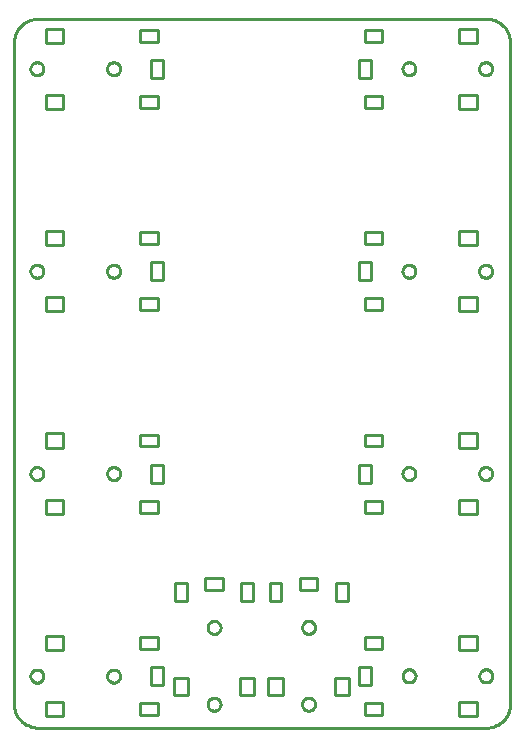
<source format=gko>
G04 EAGLE Gerber RS-274X export*
G75*
%MOMM*%
%FSLAX34Y34*%
%LPD*%
%IN*%
%IPPOS*%
%AMOC8*
5,1,8,0,0,1.08239X$1,22.5*%
G01*
%ADD10C,0.000000*%
%ADD11C,0.127000*%
%ADD12C,0.254000*%


D10*
X14500Y43800D02*
X14502Y43948D01*
X14508Y44096D01*
X14518Y44244D01*
X14532Y44392D01*
X14550Y44539D01*
X14572Y44686D01*
X14598Y44832D01*
X14627Y44977D01*
X14661Y45122D01*
X14699Y45265D01*
X14740Y45408D01*
X14785Y45549D01*
X14835Y45689D01*
X14887Y45827D01*
X14944Y45965D01*
X15004Y46100D01*
X15068Y46234D01*
X15135Y46366D01*
X15206Y46496D01*
X15281Y46625D01*
X15359Y46751D01*
X15440Y46875D01*
X15524Y46997D01*
X15612Y47116D01*
X15703Y47233D01*
X15797Y47348D01*
X15895Y47460D01*
X15995Y47569D01*
X16098Y47676D01*
X16204Y47780D01*
X16312Y47881D01*
X16424Y47979D01*
X16538Y48074D01*
X16654Y48165D01*
X16773Y48254D01*
X16894Y48339D01*
X17018Y48421D01*
X17144Y48500D01*
X17271Y48575D01*
X17401Y48647D01*
X17533Y48716D01*
X17666Y48780D01*
X17801Y48841D01*
X17938Y48899D01*
X18076Y48953D01*
X18216Y49003D01*
X18357Y49049D01*
X18499Y49091D01*
X18642Y49130D01*
X18786Y49164D01*
X18932Y49195D01*
X19077Y49222D01*
X19224Y49245D01*
X19371Y49264D01*
X19519Y49279D01*
X19666Y49290D01*
X19815Y49297D01*
X19963Y49300D01*
X20111Y49299D01*
X20259Y49294D01*
X20407Y49285D01*
X20555Y49272D01*
X20703Y49255D01*
X20849Y49234D01*
X20996Y49209D01*
X21141Y49180D01*
X21286Y49148D01*
X21429Y49111D01*
X21572Y49071D01*
X21714Y49026D01*
X21854Y48978D01*
X21993Y48926D01*
X22130Y48871D01*
X22266Y48811D01*
X22401Y48748D01*
X22533Y48682D01*
X22664Y48612D01*
X22793Y48538D01*
X22919Y48461D01*
X23044Y48381D01*
X23166Y48297D01*
X23287Y48210D01*
X23404Y48120D01*
X23520Y48026D01*
X23632Y47930D01*
X23742Y47831D01*
X23850Y47728D01*
X23954Y47623D01*
X24056Y47515D01*
X24154Y47404D01*
X24250Y47291D01*
X24343Y47175D01*
X24432Y47057D01*
X24518Y46936D01*
X24601Y46813D01*
X24681Y46688D01*
X24757Y46561D01*
X24830Y46431D01*
X24899Y46300D01*
X24964Y46167D01*
X25027Y46033D01*
X25085Y45896D01*
X25140Y45758D01*
X25190Y45619D01*
X25238Y45478D01*
X25281Y45337D01*
X25321Y45194D01*
X25356Y45050D01*
X25388Y44905D01*
X25416Y44759D01*
X25440Y44613D01*
X25460Y44466D01*
X25476Y44318D01*
X25488Y44171D01*
X25496Y44022D01*
X25500Y43874D01*
X25500Y43726D01*
X25496Y43578D01*
X25488Y43429D01*
X25476Y43282D01*
X25460Y43134D01*
X25440Y42987D01*
X25416Y42841D01*
X25388Y42695D01*
X25356Y42550D01*
X25321Y42406D01*
X25281Y42263D01*
X25238Y42122D01*
X25190Y41981D01*
X25140Y41842D01*
X25085Y41704D01*
X25027Y41567D01*
X24964Y41433D01*
X24899Y41300D01*
X24830Y41169D01*
X24757Y41039D01*
X24681Y40912D01*
X24601Y40787D01*
X24518Y40664D01*
X24432Y40543D01*
X24343Y40425D01*
X24250Y40309D01*
X24154Y40196D01*
X24056Y40085D01*
X23954Y39977D01*
X23850Y39872D01*
X23742Y39769D01*
X23632Y39670D01*
X23520Y39574D01*
X23404Y39480D01*
X23287Y39390D01*
X23166Y39303D01*
X23044Y39219D01*
X22919Y39139D01*
X22793Y39062D01*
X22664Y38988D01*
X22533Y38918D01*
X22401Y38852D01*
X22266Y38789D01*
X22130Y38729D01*
X21993Y38674D01*
X21854Y38622D01*
X21714Y38574D01*
X21572Y38529D01*
X21429Y38489D01*
X21286Y38452D01*
X21141Y38420D01*
X20996Y38391D01*
X20849Y38366D01*
X20703Y38345D01*
X20555Y38328D01*
X20407Y38315D01*
X20259Y38306D01*
X20111Y38301D01*
X19963Y38300D01*
X19815Y38303D01*
X19666Y38310D01*
X19519Y38321D01*
X19371Y38336D01*
X19224Y38355D01*
X19077Y38378D01*
X18932Y38405D01*
X18786Y38436D01*
X18642Y38470D01*
X18499Y38509D01*
X18357Y38551D01*
X18216Y38597D01*
X18076Y38647D01*
X17938Y38701D01*
X17801Y38759D01*
X17666Y38820D01*
X17533Y38884D01*
X17401Y38953D01*
X17271Y39025D01*
X17144Y39100D01*
X17018Y39179D01*
X16894Y39261D01*
X16773Y39346D01*
X16654Y39435D01*
X16538Y39526D01*
X16424Y39621D01*
X16312Y39719D01*
X16204Y39820D01*
X16098Y39924D01*
X15995Y40031D01*
X15895Y40140D01*
X15797Y40252D01*
X15703Y40367D01*
X15612Y40484D01*
X15524Y40603D01*
X15440Y40725D01*
X15359Y40849D01*
X15281Y40975D01*
X15206Y41104D01*
X15135Y41234D01*
X15068Y41366D01*
X15004Y41500D01*
X14944Y41635D01*
X14887Y41773D01*
X14835Y41911D01*
X14785Y42051D01*
X14740Y42192D01*
X14699Y42335D01*
X14661Y42478D01*
X14627Y42623D01*
X14598Y42768D01*
X14572Y42914D01*
X14550Y43061D01*
X14532Y43208D01*
X14518Y43356D01*
X14508Y43504D01*
X14502Y43652D01*
X14500Y43800D01*
X79500Y43800D02*
X79502Y43948D01*
X79508Y44096D01*
X79518Y44244D01*
X79532Y44392D01*
X79550Y44539D01*
X79572Y44686D01*
X79598Y44832D01*
X79627Y44977D01*
X79661Y45122D01*
X79699Y45265D01*
X79740Y45408D01*
X79785Y45549D01*
X79835Y45689D01*
X79887Y45827D01*
X79944Y45965D01*
X80004Y46100D01*
X80068Y46234D01*
X80135Y46366D01*
X80206Y46496D01*
X80281Y46625D01*
X80359Y46751D01*
X80440Y46875D01*
X80524Y46997D01*
X80612Y47116D01*
X80703Y47233D01*
X80797Y47348D01*
X80895Y47460D01*
X80995Y47569D01*
X81098Y47676D01*
X81204Y47780D01*
X81312Y47881D01*
X81424Y47979D01*
X81538Y48074D01*
X81654Y48165D01*
X81773Y48254D01*
X81894Y48339D01*
X82018Y48421D01*
X82144Y48500D01*
X82271Y48575D01*
X82401Y48647D01*
X82533Y48716D01*
X82666Y48780D01*
X82801Y48841D01*
X82938Y48899D01*
X83076Y48953D01*
X83216Y49003D01*
X83357Y49049D01*
X83499Y49091D01*
X83642Y49130D01*
X83786Y49164D01*
X83932Y49195D01*
X84077Y49222D01*
X84224Y49245D01*
X84371Y49264D01*
X84519Y49279D01*
X84666Y49290D01*
X84815Y49297D01*
X84963Y49300D01*
X85111Y49299D01*
X85259Y49294D01*
X85407Y49285D01*
X85555Y49272D01*
X85703Y49255D01*
X85849Y49234D01*
X85996Y49209D01*
X86141Y49180D01*
X86286Y49148D01*
X86429Y49111D01*
X86572Y49071D01*
X86714Y49026D01*
X86854Y48978D01*
X86993Y48926D01*
X87130Y48871D01*
X87266Y48811D01*
X87401Y48748D01*
X87533Y48682D01*
X87664Y48612D01*
X87793Y48538D01*
X87919Y48461D01*
X88044Y48381D01*
X88166Y48297D01*
X88287Y48210D01*
X88404Y48120D01*
X88520Y48026D01*
X88632Y47930D01*
X88742Y47831D01*
X88850Y47728D01*
X88954Y47623D01*
X89056Y47515D01*
X89154Y47404D01*
X89250Y47291D01*
X89343Y47175D01*
X89432Y47057D01*
X89518Y46936D01*
X89601Y46813D01*
X89681Y46688D01*
X89757Y46561D01*
X89830Y46431D01*
X89899Y46300D01*
X89964Y46167D01*
X90027Y46033D01*
X90085Y45896D01*
X90140Y45758D01*
X90190Y45619D01*
X90238Y45478D01*
X90281Y45337D01*
X90321Y45194D01*
X90356Y45050D01*
X90388Y44905D01*
X90416Y44759D01*
X90440Y44613D01*
X90460Y44466D01*
X90476Y44318D01*
X90488Y44171D01*
X90496Y44022D01*
X90500Y43874D01*
X90500Y43726D01*
X90496Y43578D01*
X90488Y43429D01*
X90476Y43282D01*
X90460Y43134D01*
X90440Y42987D01*
X90416Y42841D01*
X90388Y42695D01*
X90356Y42550D01*
X90321Y42406D01*
X90281Y42263D01*
X90238Y42122D01*
X90190Y41981D01*
X90140Y41842D01*
X90085Y41704D01*
X90027Y41567D01*
X89964Y41433D01*
X89899Y41300D01*
X89830Y41169D01*
X89757Y41039D01*
X89681Y40912D01*
X89601Y40787D01*
X89518Y40664D01*
X89432Y40543D01*
X89343Y40425D01*
X89250Y40309D01*
X89154Y40196D01*
X89056Y40085D01*
X88954Y39977D01*
X88850Y39872D01*
X88742Y39769D01*
X88632Y39670D01*
X88520Y39574D01*
X88404Y39480D01*
X88287Y39390D01*
X88166Y39303D01*
X88044Y39219D01*
X87919Y39139D01*
X87793Y39062D01*
X87664Y38988D01*
X87533Y38918D01*
X87401Y38852D01*
X87266Y38789D01*
X87130Y38729D01*
X86993Y38674D01*
X86854Y38622D01*
X86714Y38574D01*
X86572Y38529D01*
X86429Y38489D01*
X86286Y38452D01*
X86141Y38420D01*
X85996Y38391D01*
X85849Y38366D01*
X85703Y38345D01*
X85555Y38328D01*
X85407Y38315D01*
X85259Y38306D01*
X85111Y38301D01*
X84963Y38300D01*
X84815Y38303D01*
X84666Y38310D01*
X84519Y38321D01*
X84371Y38336D01*
X84224Y38355D01*
X84077Y38378D01*
X83932Y38405D01*
X83786Y38436D01*
X83642Y38470D01*
X83499Y38509D01*
X83357Y38551D01*
X83216Y38597D01*
X83076Y38647D01*
X82938Y38701D01*
X82801Y38759D01*
X82666Y38820D01*
X82533Y38884D01*
X82401Y38953D01*
X82271Y39025D01*
X82144Y39100D01*
X82018Y39179D01*
X81894Y39261D01*
X81773Y39346D01*
X81654Y39435D01*
X81538Y39526D01*
X81424Y39621D01*
X81312Y39719D01*
X81204Y39820D01*
X81098Y39924D01*
X80995Y40031D01*
X80895Y40140D01*
X80797Y40252D01*
X80703Y40367D01*
X80612Y40484D01*
X80524Y40603D01*
X80440Y40725D01*
X80359Y40849D01*
X80281Y40975D01*
X80206Y41104D01*
X80135Y41234D01*
X80068Y41366D01*
X80004Y41500D01*
X79944Y41635D01*
X79887Y41773D01*
X79835Y41911D01*
X79785Y42051D01*
X79740Y42192D01*
X79699Y42335D01*
X79661Y42478D01*
X79627Y42623D01*
X79598Y42768D01*
X79572Y42914D01*
X79550Y43061D01*
X79532Y43208D01*
X79518Y43356D01*
X79508Y43504D01*
X79502Y43652D01*
X79500Y43800D01*
X394500Y558000D02*
X394502Y558148D01*
X394508Y558296D01*
X394518Y558444D01*
X394532Y558592D01*
X394550Y558739D01*
X394572Y558886D01*
X394598Y559032D01*
X394627Y559177D01*
X394661Y559322D01*
X394699Y559465D01*
X394740Y559608D01*
X394785Y559749D01*
X394835Y559889D01*
X394887Y560027D01*
X394944Y560165D01*
X395004Y560300D01*
X395068Y560434D01*
X395135Y560566D01*
X395206Y560696D01*
X395281Y560825D01*
X395359Y560951D01*
X395440Y561075D01*
X395524Y561197D01*
X395612Y561316D01*
X395703Y561433D01*
X395797Y561548D01*
X395895Y561660D01*
X395995Y561769D01*
X396098Y561876D01*
X396204Y561980D01*
X396312Y562081D01*
X396424Y562179D01*
X396538Y562274D01*
X396654Y562365D01*
X396773Y562454D01*
X396894Y562539D01*
X397018Y562621D01*
X397144Y562700D01*
X397271Y562775D01*
X397401Y562847D01*
X397533Y562916D01*
X397666Y562980D01*
X397801Y563041D01*
X397938Y563099D01*
X398076Y563153D01*
X398216Y563203D01*
X398357Y563249D01*
X398499Y563291D01*
X398642Y563330D01*
X398786Y563364D01*
X398932Y563395D01*
X399077Y563422D01*
X399224Y563445D01*
X399371Y563464D01*
X399519Y563479D01*
X399666Y563490D01*
X399815Y563497D01*
X399963Y563500D01*
X400111Y563499D01*
X400259Y563494D01*
X400407Y563485D01*
X400555Y563472D01*
X400703Y563455D01*
X400849Y563434D01*
X400996Y563409D01*
X401141Y563380D01*
X401286Y563348D01*
X401429Y563311D01*
X401572Y563271D01*
X401714Y563226D01*
X401854Y563178D01*
X401993Y563126D01*
X402130Y563071D01*
X402266Y563011D01*
X402401Y562948D01*
X402533Y562882D01*
X402664Y562812D01*
X402793Y562738D01*
X402919Y562661D01*
X403044Y562581D01*
X403166Y562497D01*
X403287Y562410D01*
X403404Y562320D01*
X403520Y562226D01*
X403632Y562130D01*
X403742Y562031D01*
X403850Y561928D01*
X403954Y561823D01*
X404056Y561715D01*
X404154Y561604D01*
X404250Y561491D01*
X404343Y561375D01*
X404432Y561257D01*
X404518Y561136D01*
X404601Y561013D01*
X404681Y560888D01*
X404757Y560761D01*
X404830Y560631D01*
X404899Y560500D01*
X404964Y560367D01*
X405027Y560233D01*
X405085Y560096D01*
X405140Y559958D01*
X405190Y559819D01*
X405238Y559678D01*
X405281Y559537D01*
X405321Y559394D01*
X405356Y559250D01*
X405388Y559105D01*
X405416Y558959D01*
X405440Y558813D01*
X405460Y558666D01*
X405476Y558518D01*
X405488Y558371D01*
X405496Y558222D01*
X405500Y558074D01*
X405500Y557926D01*
X405496Y557778D01*
X405488Y557629D01*
X405476Y557482D01*
X405460Y557334D01*
X405440Y557187D01*
X405416Y557041D01*
X405388Y556895D01*
X405356Y556750D01*
X405321Y556606D01*
X405281Y556463D01*
X405238Y556322D01*
X405190Y556181D01*
X405140Y556042D01*
X405085Y555904D01*
X405027Y555767D01*
X404964Y555633D01*
X404899Y555500D01*
X404830Y555369D01*
X404757Y555239D01*
X404681Y555112D01*
X404601Y554987D01*
X404518Y554864D01*
X404432Y554743D01*
X404343Y554625D01*
X404250Y554509D01*
X404154Y554396D01*
X404056Y554285D01*
X403954Y554177D01*
X403850Y554072D01*
X403742Y553969D01*
X403632Y553870D01*
X403520Y553774D01*
X403404Y553680D01*
X403287Y553590D01*
X403166Y553503D01*
X403044Y553419D01*
X402919Y553339D01*
X402793Y553262D01*
X402664Y553188D01*
X402533Y553118D01*
X402401Y553052D01*
X402266Y552989D01*
X402130Y552929D01*
X401993Y552874D01*
X401854Y552822D01*
X401714Y552774D01*
X401572Y552729D01*
X401429Y552689D01*
X401286Y552652D01*
X401141Y552620D01*
X400996Y552591D01*
X400849Y552566D01*
X400703Y552545D01*
X400555Y552528D01*
X400407Y552515D01*
X400259Y552506D01*
X400111Y552501D01*
X399963Y552500D01*
X399815Y552503D01*
X399666Y552510D01*
X399519Y552521D01*
X399371Y552536D01*
X399224Y552555D01*
X399077Y552578D01*
X398932Y552605D01*
X398786Y552636D01*
X398642Y552670D01*
X398499Y552709D01*
X398357Y552751D01*
X398216Y552797D01*
X398076Y552847D01*
X397938Y552901D01*
X397801Y552959D01*
X397666Y553020D01*
X397533Y553084D01*
X397401Y553153D01*
X397271Y553225D01*
X397144Y553300D01*
X397018Y553379D01*
X396894Y553461D01*
X396773Y553546D01*
X396654Y553635D01*
X396538Y553726D01*
X396424Y553821D01*
X396312Y553919D01*
X396204Y554020D01*
X396098Y554124D01*
X395995Y554231D01*
X395895Y554340D01*
X395797Y554452D01*
X395703Y554567D01*
X395612Y554684D01*
X395524Y554803D01*
X395440Y554925D01*
X395359Y555049D01*
X395281Y555175D01*
X395206Y555304D01*
X395135Y555434D01*
X395068Y555566D01*
X395004Y555700D01*
X394944Y555835D01*
X394887Y555973D01*
X394835Y556111D01*
X394785Y556251D01*
X394740Y556392D01*
X394699Y556535D01*
X394661Y556678D01*
X394627Y556823D01*
X394598Y556968D01*
X394572Y557114D01*
X394550Y557261D01*
X394532Y557408D01*
X394518Y557556D01*
X394508Y557704D01*
X394502Y557852D01*
X394500Y558000D01*
X329500Y558000D02*
X329502Y558148D01*
X329508Y558296D01*
X329518Y558444D01*
X329532Y558592D01*
X329550Y558739D01*
X329572Y558886D01*
X329598Y559032D01*
X329627Y559177D01*
X329661Y559322D01*
X329699Y559465D01*
X329740Y559608D01*
X329785Y559749D01*
X329835Y559889D01*
X329887Y560027D01*
X329944Y560165D01*
X330004Y560300D01*
X330068Y560434D01*
X330135Y560566D01*
X330206Y560696D01*
X330281Y560825D01*
X330359Y560951D01*
X330440Y561075D01*
X330524Y561197D01*
X330612Y561316D01*
X330703Y561433D01*
X330797Y561548D01*
X330895Y561660D01*
X330995Y561769D01*
X331098Y561876D01*
X331204Y561980D01*
X331312Y562081D01*
X331424Y562179D01*
X331538Y562274D01*
X331654Y562365D01*
X331773Y562454D01*
X331894Y562539D01*
X332018Y562621D01*
X332144Y562700D01*
X332271Y562775D01*
X332401Y562847D01*
X332533Y562916D01*
X332666Y562980D01*
X332801Y563041D01*
X332938Y563099D01*
X333076Y563153D01*
X333216Y563203D01*
X333357Y563249D01*
X333499Y563291D01*
X333642Y563330D01*
X333786Y563364D01*
X333932Y563395D01*
X334077Y563422D01*
X334224Y563445D01*
X334371Y563464D01*
X334519Y563479D01*
X334666Y563490D01*
X334815Y563497D01*
X334963Y563500D01*
X335111Y563499D01*
X335259Y563494D01*
X335407Y563485D01*
X335555Y563472D01*
X335703Y563455D01*
X335849Y563434D01*
X335996Y563409D01*
X336141Y563380D01*
X336286Y563348D01*
X336429Y563311D01*
X336572Y563271D01*
X336714Y563226D01*
X336854Y563178D01*
X336993Y563126D01*
X337130Y563071D01*
X337266Y563011D01*
X337401Y562948D01*
X337533Y562882D01*
X337664Y562812D01*
X337793Y562738D01*
X337919Y562661D01*
X338044Y562581D01*
X338166Y562497D01*
X338287Y562410D01*
X338404Y562320D01*
X338520Y562226D01*
X338632Y562130D01*
X338742Y562031D01*
X338850Y561928D01*
X338954Y561823D01*
X339056Y561715D01*
X339154Y561604D01*
X339250Y561491D01*
X339343Y561375D01*
X339432Y561257D01*
X339518Y561136D01*
X339601Y561013D01*
X339681Y560888D01*
X339757Y560761D01*
X339830Y560631D01*
X339899Y560500D01*
X339964Y560367D01*
X340027Y560233D01*
X340085Y560096D01*
X340140Y559958D01*
X340190Y559819D01*
X340238Y559678D01*
X340281Y559537D01*
X340321Y559394D01*
X340356Y559250D01*
X340388Y559105D01*
X340416Y558959D01*
X340440Y558813D01*
X340460Y558666D01*
X340476Y558518D01*
X340488Y558371D01*
X340496Y558222D01*
X340500Y558074D01*
X340500Y557926D01*
X340496Y557778D01*
X340488Y557629D01*
X340476Y557482D01*
X340460Y557334D01*
X340440Y557187D01*
X340416Y557041D01*
X340388Y556895D01*
X340356Y556750D01*
X340321Y556606D01*
X340281Y556463D01*
X340238Y556322D01*
X340190Y556181D01*
X340140Y556042D01*
X340085Y555904D01*
X340027Y555767D01*
X339964Y555633D01*
X339899Y555500D01*
X339830Y555369D01*
X339757Y555239D01*
X339681Y555112D01*
X339601Y554987D01*
X339518Y554864D01*
X339432Y554743D01*
X339343Y554625D01*
X339250Y554509D01*
X339154Y554396D01*
X339056Y554285D01*
X338954Y554177D01*
X338850Y554072D01*
X338742Y553969D01*
X338632Y553870D01*
X338520Y553774D01*
X338404Y553680D01*
X338287Y553590D01*
X338166Y553503D01*
X338044Y553419D01*
X337919Y553339D01*
X337793Y553262D01*
X337664Y553188D01*
X337533Y553118D01*
X337401Y553052D01*
X337266Y552989D01*
X337130Y552929D01*
X336993Y552874D01*
X336854Y552822D01*
X336714Y552774D01*
X336572Y552729D01*
X336429Y552689D01*
X336286Y552652D01*
X336141Y552620D01*
X335996Y552591D01*
X335849Y552566D01*
X335703Y552545D01*
X335555Y552528D01*
X335407Y552515D01*
X335259Y552506D01*
X335111Y552501D01*
X334963Y552500D01*
X334815Y552503D01*
X334666Y552510D01*
X334519Y552521D01*
X334371Y552536D01*
X334224Y552555D01*
X334077Y552578D01*
X333932Y552605D01*
X333786Y552636D01*
X333642Y552670D01*
X333499Y552709D01*
X333357Y552751D01*
X333216Y552797D01*
X333076Y552847D01*
X332938Y552901D01*
X332801Y552959D01*
X332666Y553020D01*
X332533Y553084D01*
X332401Y553153D01*
X332271Y553225D01*
X332144Y553300D01*
X332018Y553379D01*
X331894Y553461D01*
X331773Y553546D01*
X331654Y553635D01*
X331538Y553726D01*
X331424Y553821D01*
X331312Y553919D01*
X331204Y554020D01*
X331098Y554124D01*
X330995Y554231D01*
X330895Y554340D01*
X330797Y554452D01*
X330703Y554567D01*
X330612Y554684D01*
X330524Y554803D01*
X330440Y554925D01*
X330359Y555049D01*
X330281Y555175D01*
X330206Y555304D01*
X330135Y555434D01*
X330068Y555566D01*
X330004Y555700D01*
X329944Y555835D01*
X329887Y555973D01*
X329835Y556111D01*
X329785Y556251D01*
X329740Y556392D01*
X329699Y556535D01*
X329661Y556678D01*
X329627Y556823D01*
X329598Y556968D01*
X329572Y557114D01*
X329550Y557261D01*
X329532Y557408D01*
X329518Y557556D01*
X329508Y557704D01*
X329502Y557852D01*
X329500Y558000D01*
X14500Y215200D02*
X14502Y215348D01*
X14508Y215496D01*
X14518Y215644D01*
X14532Y215792D01*
X14550Y215939D01*
X14572Y216086D01*
X14598Y216232D01*
X14627Y216377D01*
X14661Y216522D01*
X14699Y216665D01*
X14740Y216808D01*
X14785Y216949D01*
X14835Y217089D01*
X14887Y217227D01*
X14944Y217365D01*
X15004Y217500D01*
X15068Y217634D01*
X15135Y217766D01*
X15206Y217896D01*
X15281Y218025D01*
X15359Y218151D01*
X15440Y218275D01*
X15524Y218397D01*
X15612Y218516D01*
X15703Y218633D01*
X15797Y218748D01*
X15895Y218860D01*
X15995Y218969D01*
X16098Y219076D01*
X16204Y219180D01*
X16312Y219281D01*
X16424Y219379D01*
X16538Y219474D01*
X16654Y219565D01*
X16773Y219654D01*
X16894Y219739D01*
X17018Y219821D01*
X17144Y219900D01*
X17271Y219975D01*
X17401Y220047D01*
X17533Y220116D01*
X17666Y220180D01*
X17801Y220241D01*
X17938Y220299D01*
X18076Y220353D01*
X18216Y220403D01*
X18357Y220449D01*
X18499Y220491D01*
X18642Y220530D01*
X18786Y220564D01*
X18932Y220595D01*
X19077Y220622D01*
X19224Y220645D01*
X19371Y220664D01*
X19519Y220679D01*
X19666Y220690D01*
X19815Y220697D01*
X19963Y220700D01*
X20111Y220699D01*
X20259Y220694D01*
X20407Y220685D01*
X20555Y220672D01*
X20703Y220655D01*
X20849Y220634D01*
X20996Y220609D01*
X21141Y220580D01*
X21286Y220548D01*
X21429Y220511D01*
X21572Y220471D01*
X21714Y220426D01*
X21854Y220378D01*
X21993Y220326D01*
X22130Y220271D01*
X22266Y220211D01*
X22401Y220148D01*
X22533Y220082D01*
X22664Y220012D01*
X22793Y219938D01*
X22919Y219861D01*
X23044Y219781D01*
X23166Y219697D01*
X23287Y219610D01*
X23404Y219520D01*
X23520Y219426D01*
X23632Y219330D01*
X23742Y219231D01*
X23850Y219128D01*
X23954Y219023D01*
X24056Y218915D01*
X24154Y218804D01*
X24250Y218691D01*
X24343Y218575D01*
X24432Y218457D01*
X24518Y218336D01*
X24601Y218213D01*
X24681Y218088D01*
X24757Y217961D01*
X24830Y217831D01*
X24899Y217700D01*
X24964Y217567D01*
X25027Y217433D01*
X25085Y217296D01*
X25140Y217158D01*
X25190Y217019D01*
X25238Y216878D01*
X25281Y216737D01*
X25321Y216594D01*
X25356Y216450D01*
X25388Y216305D01*
X25416Y216159D01*
X25440Y216013D01*
X25460Y215866D01*
X25476Y215718D01*
X25488Y215571D01*
X25496Y215422D01*
X25500Y215274D01*
X25500Y215126D01*
X25496Y214978D01*
X25488Y214829D01*
X25476Y214682D01*
X25460Y214534D01*
X25440Y214387D01*
X25416Y214241D01*
X25388Y214095D01*
X25356Y213950D01*
X25321Y213806D01*
X25281Y213663D01*
X25238Y213522D01*
X25190Y213381D01*
X25140Y213242D01*
X25085Y213104D01*
X25027Y212967D01*
X24964Y212833D01*
X24899Y212700D01*
X24830Y212569D01*
X24757Y212439D01*
X24681Y212312D01*
X24601Y212187D01*
X24518Y212064D01*
X24432Y211943D01*
X24343Y211825D01*
X24250Y211709D01*
X24154Y211596D01*
X24056Y211485D01*
X23954Y211377D01*
X23850Y211272D01*
X23742Y211169D01*
X23632Y211070D01*
X23520Y210974D01*
X23404Y210880D01*
X23287Y210790D01*
X23166Y210703D01*
X23044Y210619D01*
X22919Y210539D01*
X22793Y210462D01*
X22664Y210388D01*
X22533Y210318D01*
X22401Y210252D01*
X22266Y210189D01*
X22130Y210129D01*
X21993Y210074D01*
X21854Y210022D01*
X21714Y209974D01*
X21572Y209929D01*
X21429Y209889D01*
X21286Y209852D01*
X21141Y209820D01*
X20996Y209791D01*
X20849Y209766D01*
X20703Y209745D01*
X20555Y209728D01*
X20407Y209715D01*
X20259Y209706D01*
X20111Y209701D01*
X19963Y209700D01*
X19815Y209703D01*
X19666Y209710D01*
X19519Y209721D01*
X19371Y209736D01*
X19224Y209755D01*
X19077Y209778D01*
X18932Y209805D01*
X18786Y209836D01*
X18642Y209870D01*
X18499Y209909D01*
X18357Y209951D01*
X18216Y209997D01*
X18076Y210047D01*
X17938Y210101D01*
X17801Y210159D01*
X17666Y210220D01*
X17533Y210284D01*
X17401Y210353D01*
X17271Y210425D01*
X17144Y210500D01*
X17018Y210579D01*
X16894Y210661D01*
X16773Y210746D01*
X16654Y210835D01*
X16538Y210926D01*
X16424Y211021D01*
X16312Y211119D01*
X16204Y211220D01*
X16098Y211324D01*
X15995Y211431D01*
X15895Y211540D01*
X15797Y211652D01*
X15703Y211767D01*
X15612Y211884D01*
X15524Y212003D01*
X15440Y212125D01*
X15359Y212249D01*
X15281Y212375D01*
X15206Y212504D01*
X15135Y212634D01*
X15068Y212766D01*
X15004Y212900D01*
X14944Y213035D01*
X14887Y213173D01*
X14835Y213311D01*
X14785Y213451D01*
X14740Y213592D01*
X14699Y213735D01*
X14661Y213878D01*
X14627Y214023D01*
X14598Y214168D01*
X14572Y214314D01*
X14550Y214461D01*
X14532Y214608D01*
X14518Y214756D01*
X14508Y214904D01*
X14502Y215052D01*
X14500Y215200D01*
X79500Y215200D02*
X79502Y215348D01*
X79508Y215496D01*
X79518Y215644D01*
X79532Y215792D01*
X79550Y215939D01*
X79572Y216086D01*
X79598Y216232D01*
X79627Y216377D01*
X79661Y216522D01*
X79699Y216665D01*
X79740Y216808D01*
X79785Y216949D01*
X79835Y217089D01*
X79887Y217227D01*
X79944Y217365D01*
X80004Y217500D01*
X80068Y217634D01*
X80135Y217766D01*
X80206Y217896D01*
X80281Y218025D01*
X80359Y218151D01*
X80440Y218275D01*
X80524Y218397D01*
X80612Y218516D01*
X80703Y218633D01*
X80797Y218748D01*
X80895Y218860D01*
X80995Y218969D01*
X81098Y219076D01*
X81204Y219180D01*
X81312Y219281D01*
X81424Y219379D01*
X81538Y219474D01*
X81654Y219565D01*
X81773Y219654D01*
X81894Y219739D01*
X82018Y219821D01*
X82144Y219900D01*
X82271Y219975D01*
X82401Y220047D01*
X82533Y220116D01*
X82666Y220180D01*
X82801Y220241D01*
X82938Y220299D01*
X83076Y220353D01*
X83216Y220403D01*
X83357Y220449D01*
X83499Y220491D01*
X83642Y220530D01*
X83786Y220564D01*
X83932Y220595D01*
X84077Y220622D01*
X84224Y220645D01*
X84371Y220664D01*
X84519Y220679D01*
X84666Y220690D01*
X84815Y220697D01*
X84963Y220700D01*
X85111Y220699D01*
X85259Y220694D01*
X85407Y220685D01*
X85555Y220672D01*
X85703Y220655D01*
X85849Y220634D01*
X85996Y220609D01*
X86141Y220580D01*
X86286Y220548D01*
X86429Y220511D01*
X86572Y220471D01*
X86714Y220426D01*
X86854Y220378D01*
X86993Y220326D01*
X87130Y220271D01*
X87266Y220211D01*
X87401Y220148D01*
X87533Y220082D01*
X87664Y220012D01*
X87793Y219938D01*
X87919Y219861D01*
X88044Y219781D01*
X88166Y219697D01*
X88287Y219610D01*
X88404Y219520D01*
X88520Y219426D01*
X88632Y219330D01*
X88742Y219231D01*
X88850Y219128D01*
X88954Y219023D01*
X89056Y218915D01*
X89154Y218804D01*
X89250Y218691D01*
X89343Y218575D01*
X89432Y218457D01*
X89518Y218336D01*
X89601Y218213D01*
X89681Y218088D01*
X89757Y217961D01*
X89830Y217831D01*
X89899Y217700D01*
X89964Y217567D01*
X90027Y217433D01*
X90085Y217296D01*
X90140Y217158D01*
X90190Y217019D01*
X90238Y216878D01*
X90281Y216737D01*
X90321Y216594D01*
X90356Y216450D01*
X90388Y216305D01*
X90416Y216159D01*
X90440Y216013D01*
X90460Y215866D01*
X90476Y215718D01*
X90488Y215571D01*
X90496Y215422D01*
X90500Y215274D01*
X90500Y215126D01*
X90496Y214978D01*
X90488Y214829D01*
X90476Y214682D01*
X90460Y214534D01*
X90440Y214387D01*
X90416Y214241D01*
X90388Y214095D01*
X90356Y213950D01*
X90321Y213806D01*
X90281Y213663D01*
X90238Y213522D01*
X90190Y213381D01*
X90140Y213242D01*
X90085Y213104D01*
X90027Y212967D01*
X89964Y212833D01*
X89899Y212700D01*
X89830Y212569D01*
X89757Y212439D01*
X89681Y212312D01*
X89601Y212187D01*
X89518Y212064D01*
X89432Y211943D01*
X89343Y211825D01*
X89250Y211709D01*
X89154Y211596D01*
X89056Y211485D01*
X88954Y211377D01*
X88850Y211272D01*
X88742Y211169D01*
X88632Y211070D01*
X88520Y210974D01*
X88404Y210880D01*
X88287Y210790D01*
X88166Y210703D01*
X88044Y210619D01*
X87919Y210539D01*
X87793Y210462D01*
X87664Y210388D01*
X87533Y210318D01*
X87401Y210252D01*
X87266Y210189D01*
X87130Y210129D01*
X86993Y210074D01*
X86854Y210022D01*
X86714Y209974D01*
X86572Y209929D01*
X86429Y209889D01*
X86286Y209852D01*
X86141Y209820D01*
X85996Y209791D01*
X85849Y209766D01*
X85703Y209745D01*
X85555Y209728D01*
X85407Y209715D01*
X85259Y209706D01*
X85111Y209701D01*
X84963Y209700D01*
X84815Y209703D01*
X84666Y209710D01*
X84519Y209721D01*
X84371Y209736D01*
X84224Y209755D01*
X84077Y209778D01*
X83932Y209805D01*
X83786Y209836D01*
X83642Y209870D01*
X83499Y209909D01*
X83357Y209951D01*
X83216Y209997D01*
X83076Y210047D01*
X82938Y210101D01*
X82801Y210159D01*
X82666Y210220D01*
X82533Y210284D01*
X82401Y210353D01*
X82271Y210425D01*
X82144Y210500D01*
X82018Y210579D01*
X81894Y210661D01*
X81773Y210746D01*
X81654Y210835D01*
X81538Y210926D01*
X81424Y211021D01*
X81312Y211119D01*
X81204Y211220D01*
X81098Y211324D01*
X80995Y211431D01*
X80895Y211540D01*
X80797Y211652D01*
X80703Y211767D01*
X80612Y211884D01*
X80524Y212003D01*
X80440Y212125D01*
X80359Y212249D01*
X80281Y212375D01*
X80206Y212504D01*
X80135Y212634D01*
X80068Y212766D01*
X80004Y212900D01*
X79944Y213035D01*
X79887Y213173D01*
X79835Y213311D01*
X79785Y213451D01*
X79740Y213592D01*
X79699Y213735D01*
X79661Y213878D01*
X79627Y214023D01*
X79598Y214168D01*
X79572Y214314D01*
X79550Y214461D01*
X79532Y214608D01*
X79518Y214756D01*
X79508Y214904D01*
X79502Y215052D01*
X79500Y215200D01*
X14500Y558000D02*
X14502Y558148D01*
X14508Y558296D01*
X14518Y558444D01*
X14532Y558592D01*
X14550Y558739D01*
X14572Y558886D01*
X14598Y559032D01*
X14627Y559177D01*
X14661Y559322D01*
X14699Y559465D01*
X14740Y559608D01*
X14785Y559749D01*
X14835Y559889D01*
X14887Y560027D01*
X14944Y560165D01*
X15004Y560300D01*
X15068Y560434D01*
X15135Y560566D01*
X15206Y560696D01*
X15281Y560825D01*
X15359Y560951D01*
X15440Y561075D01*
X15524Y561197D01*
X15612Y561316D01*
X15703Y561433D01*
X15797Y561548D01*
X15895Y561660D01*
X15995Y561769D01*
X16098Y561876D01*
X16204Y561980D01*
X16312Y562081D01*
X16424Y562179D01*
X16538Y562274D01*
X16654Y562365D01*
X16773Y562454D01*
X16894Y562539D01*
X17018Y562621D01*
X17144Y562700D01*
X17271Y562775D01*
X17401Y562847D01*
X17533Y562916D01*
X17666Y562980D01*
X17801Y563041D01*
X17938Y563099D01*
X18076Y563153D01*
X18216Y563203D01*
X18357Y563249D01*
X18499Y563291D01*
X18642Y563330D01*
X18786Y563364D01*
X18932Y563395D01*
X19077Y563422D01*
X19224Y563445D01*
X19371Y563464D01*
X19519Y563479D01*
X19666Y563490D01*
X19815Y563497D01*
X19963Y563500D01*
X20111Y563499D01*
X20259Y563494D01*
X20407Y563485D01*
X20555Y563472D01*
X20703Y563455D01*
X20849Y563434D01*
X20996Y563409D01*
X21141Y563380D01*
X21286Y563348D01*
X21429Y563311D01*
X21572Y563271D01*
X21714Y563226D01*
X21854Y563178D01*
X21993Y563126D01*
X22130Y563071D01*
X22266Y563011D01*
X22401Y562948D01*
X22533Y562882D01*
X22664Y562812D01*
X22793Y562738D01*
X22919Y562661D01*
X23044Y562581D01*
X23166Y562497D01*
X23287Y562410D01*
X23404Y562320D01*
X23520Y562226D01*
X23632Y562130D01*
X23742Y562031D01*
X23850Y561928D01*
X23954Y561823D01*
X24056Y561715D01*
X24154Y561604D01*
X24250Y561491D01*
X24343Y561375D01*
X24432Y561257D01*
X24518Y561136D01*
X24601Y561013D01*
X24681Y560888D01*
X24757Y560761D01*
X24830Y560631D01*
X24899Y560500D01*
X24964Y560367D01*
X25027Y560233D01*
X25085Y560096D01*
X25140Y559958D01*
X25190Y559819D01*
X25238Y559678D01*
X25281Y559537D01*
X25321Y559394D01*
X25356Y559250D01*
X25388Y559105D01*
X25416Y558959D01*
X25440Y558813D01*
X25460Y558666D01*
X25476Y558518D01*
X25488Y558371D01*
X25496Y558222D01*
X25500Y558074D01*
X25500Y557926D01*
X25496Y557778D01*
X25488Y557629D01*
X25476Y557482D01*
X25460Y557334D01*
X25440Y557187D01*
X25416Y557041D01*
X25388Y556895D01*
X25356Y556750D01*
X25321Y556606D01*
X25281Y556463D01*
X25238Y556322D01*
X25190Y556181D01*
X25140Y556042D01*
X25085Y555904D01*
X25027Y555767D01*
X24964Y555633D01*
X24899Y555500D01*
X24830Y555369D01*
X24757Y555239D01*
X24681Y555112D01*
X24601Y554987D01*
X24518Y554864D01*
X24432Y554743D01*
X24343Y554625D01*
X24250Y554509D01*
X24154Y554396D01*
X24056Y554285D01*
X23954Y554177D01*
X23850Y554072D01*
X23742Y553969D01*
X23632Y553870D01*
X23520Y553774D01*
X23404Y553680D01*
X23287Y553590D01*
X23166Y553503D01*
X23044Y553419D01*
X22919Y553339D01*
X22793Y553262D01*
X22664Y553188D01*
X22533Y553118D01*
X22401Y553052D01*
X22266Y552989D01*
X22130Y552929D01*
X21993Y552874D01*
X21854Y552822D01*
X21714Y552774D01*
X21572Y552729D01*
X21429Y552689D01*
X21286Y552652D01*
X21141Y552620D01*
X20996Y552591D01*
X20849Y552566D01*
X20703Y552545D01*
X20555Y552528D01*
X20407Y552515D01*
X20259Y552506D01*
X20111Y552501D01*
X19963Y552500D01*
X19815Y552503D01*
X19666Y552510D01*
X19519Y552521D01*
X19371Y552536D01*
X19224Y552555D01*
X19077Y552578D01*
X18932Y552605D01*
X18786Y552636D01*
X18642Y552670D01*
X18499Y552709D01*
X18357Y552751D01*
X18216Y552797D01*
X18076Y552847D01*
X17938Y552901D01*
X17801Y552959D01*
X17666Y553020D01*
X17533Y553084D01*
X17401Y553153D01*
X17271Y553225D01*
X17144Y553300D01*
X17018Y553379D01*
X16894Y553461D01*
X16773Y553546D01*
X16654Y553635D01*
X16538Y553726D01*
X16424Y553821D01*
X16312Y553919D01*
X16204Y554020D01*
X16098Y554124D01*
X15995Y554231D01*
X15895Y554340D01*
X15797Y554452D01*
X15703Y554567D01*
X15612Y554684D01*
X15524Y554803D01*
X15440Y554925D01*
X15359Y555049D01*
X15281Y555175D01*
X15206Y555304D01*
X15135Y555434D01*
X15068Y555566D01*
X15004Y555700D01*
X14944Y555835D01*
X14887Y555973D01*
X14835Y556111D01*
X14785Y556251D01*
X14740Y556392D01*
X14699Y556535D01*
X14661Y556678D01*
X14627Y556823D01*
X14598Y556968D01*
X14572Y557114D01*
X14550Y557261D01*
X14532Y557408D01*
X14518Y557556D01*
X14508Y557704D01*
X14502Y557852D01*
X14500Y558000D01*
X79500Y558000D02*
X79502Y558148D01*
X79508Y558296D01*
X79518Y558444D01*
X79532Y558592D01*
X79550Y558739D01*
X79572Y558886D01*
X79598Y559032D01*
X79627Y559177D01*
X79661Y559322D01*
X79699Y559465D01*
X79740Y559608D01*
X79785Y559749D01*
X79835Y559889D01*
X79887Y560027D01*
X79944Y560165D01*
X80004Y560300D01*
X80068Y560434D01*
X80135Y560566D01*
X80206Y560696D01*
X80281Y560825D01*
X80359Y560951D01*
X80440Y561075D01*
X80524Y561197D01*
X80612Y561316D01*
X80703Y561433D01*
X80797Y561548D01*
X80895Y561660D01*
X80995Y561769D01*
X81098Y561876D01*
X81204Y561980D01*
X81312Y562081D01*
X81424Y562179D01*
X81538Y562274D01*
X81654Y562365D01*
X81773Y562454D01*
X81894Y562539D01*
X82018Y562621D01*
X82144Y562700D01*
X82271Y562775D01*
X82401Y562847D01*
X82533Y562916D01*
X82666Y562980D01*
X82801Y563041D01*
X82938Y563099D01*
X83076Y563153D01*
X83216Y563203D01*
X83357Y563249D01*
X83499Y563291D01*
X83642Y563330D01*
X83786Y563364D01*
X83932Y563395D01*
X84077Y563422D01*
X84224Y563445D01*
X84371Y563464D01*
X84519Y563479D01*
X84666Y563490D01*
X84815Y563497D01*
X84963Y563500D01*
X85111Y563499D01*
X85259Y563494D01*
X85407Y563485D01*
X85555Y563472D01*
X85703Y563455D01*
X85849Y563434D01*
X85996Y563409D01*
X86141Y563380D01*
X86286Y563348D01*
X86429Y563311D01*
X86572Y563271D01*
X86714Y563226D01*
X86854Y563178D01*
X86993Y563126D01*
X87130Y563071D01*
X87266Y563011D01*
X87401Y562948D01*
X87533Y562882D01*
X87664Y562812D01*
X87793Y562738D01*
X87919Y562661D01*
X88044Y562581D01*
X88166Y562497D01*
X88287Y562410D01*
X88404Y562320D01*
X88520Y562226D01*
X88632Y562130D01*
X88742Y562031D01*
X88850Y561928D01*
X88954Y561823D01*
X89056Y561715D01*
X89154Y561604D01*
X89250Y561491D01*
X89343Y561375D01*
X89432Y561257D01*
X89518Y561136D01*
X89601Y561013D01*
X89681Y560888D01*
X89757Y560761D01*
X89830Y560631D01*
X89899Y560500D01*
X89964Y560367D01*
X90027Y560233D01*
X90085Y560096D01*
X90140Y559958D01*
X90190Y559819D01*
X90238Y559678D01*
X90281Y559537D01*
X90321Y559394D01*
X90356Y559250D01*
X90388Y559105D01*
X90416Y558959D01*
X90440Y558813D01*
X90460Y558666D01*
X90476Y558518D01*
X90488Y558371D01*
X90496Y558222D01*
X90500Y558074D01*
X90500Y557926D01*
X90496Y557778D01*
X90488Y557629D01*
X90476Y557482D01*
X90460Y557334D01*
X90440Y557187D01*
X90416Y557041D01*
X90388Y556895D01*
X90356Y556750D01*
X90321Y556606D01*
X90281Y556463D01*
X90238Y556322D01*
X90190Y556181D01*
X90140Y556042D01*
X90085Y555904D01*
X90027Y555767D01*
X89964Y555633D01*
X89899Y555500D01*
X89830Y555369D01*
X89757Y555239D01*
X89681Y555112D01*
X89601Y554987D01*
X89518Y554864D01*
X89432Y554743D01*
X89343Y554625D01*
X89250Y554509D01*
X89154Y554396D01*
X89056Y554285D01*
X88954Y554177D01*
X88850Y554072D01*
X88742Y553969D01*
X88632Y553870D01*
X88520Y553774D01*
X88404Y553680D01*
X88287Y553590D01*
X88166Y553503D01*
X88044Y553419D01*
X87919Y553339D01*
X87793Y553262D01*
X87664Y553188D01*
X87533Y553118D01*
X87401Y553052D01*
X87266Y552989D01*
X87130Y552929D01*
X86993Y552874D01*
X86854Y552822D01*
X86714Y552774D01*
X86572Y552729D01*
X86429Y552689D01*
X86286Y552652D01*
X86141Y552620D01*
X85996Y552591D01*
X85849Y552566D01*
X85703Y552545D01*
X85555Y552528D01*
X85407Y552515D01*
X85259Y552506D01*
X85111Y552501D01*
X84963Y552500D01*
X84815Y552503D01*
X84666Y552510D01*
X84519Y552521D01*
X84371Y552536D01*
X84224Y552555D01*
X84077Y552578D01*
X83932Y552605D01*
X83786Y552636D01*
X83642Y552670D01*
X83499Y552709D01*
X83357Y552751D01*
X83216Y552797D01*
X83076Y552847D01*
X82938Y552901D01*
X82801Y552959D01*
X82666Y553020D01*
X82533Y553084D01*
X82401Y553153D01*
X82271Y553225D01*
X82144Y553300D01*
X82018Y553379D01*
X81894Y553461D01*
X81773Y553546D01*
X81654Y553635D01*
X81538Y553726D01*
X81424Y553821D01*
X81312Y553919D01*
X81204Y554020D01*
X81098Y554124D01*
X80995Y554231D01*
X80895Y554340D01*
X80797Y554452D01*
X80703Y554567D01*
X80612Y554684D01*
X80524Y554803D01*
X80440Y554925D01*
X80359Y555049D01*
X80281Y555175D01*
X80206Y555304D01*
X80135Y555434D01*
X80068Y555566D01*
X80004Y555700D01*
X79944Y555835D01*
X79887Y555973D01*
X79835Y556111D01*
X79785Y556251D01*
X79740Y556392D01*
X79699Y556535D01*
X79661Y556678D01*
X79627Y556823D01*
X79598Y556968D01*
X79572Y557114D01*
X79550Y557261D01*
X79532Y557408D01*
X79518Y557556D01*
X79508Y557704D01*
X79502Y557852D01*
X79500Y558000D01*
X394600Y44000D02*
X394602Y44148D01*
X394608Y44296D01*
X394618Y44444D01*
X394632Y44592D01*
X394650Y44739D01*
X394672Y44886D01*
X394698Y45032D01*
X394727Y45177D01*
X394761Y45322D01*
X394799Y45465D01*
X394840Y45608D01*
X394885Y45749D01*
X394935Y45889D01*
X394987Y46027D01*
X395044Y46165D01*
X395104Y46300D01*
X395168Y46434D01*
X395235Y46566D01*
X395306Y46696D01*
X395381Y46825D01*
X395459Y46951D01*
X395540Y47075D01*
X395624Y47197D01*
X395712Y47316D01*
X395803Y47433D01*
X395897Y47548D01*
X395995Y47660D01*
X396095Y47769D01*
X396198Y47876D01*
X396304Y47980D01*
X396412Y48081D01*
X396524Y48179D01*
X396638Y48274D01*
X396754Y48365D01*
X396873Y48454D01*
X396994Y48539D01*
X397118Y48621D01*
X397244Y48700D01*
X397371Y48775D01*
X397501Y48847D01*
X397633Y48916D01*
X397766Y48980D01*
X397901Y49041D01*
X398038Y49099D01*
X398176Y49153D01*
X398316Y49203D01*
X398457Y49249D01*
X398599Y49291D01*
X398742Y49330D01*
X398886Y49364D01*
X399032Y49395D01*
X399177Y49422D01*
X399324Y49445D01*
X399471Y49464D01*
X399619Y49479D01*
X399766Y49490D01*
X399915Y49497D01*
X400063Y49500D01*
X400211Y49499D01*
X400359Y49494D01*
X400507Y49485D01*
X400655Y49472D01*
X400803Y49455D01*
X400949Y49434D01*
X401096Y49409D01*
X401241Y49380D01*
X401386Y49348D01*
X401529Y49311D01*
X401672Y49271D01*
X401814Y49226D01*
X401954Y49178D01*
X402093Y49126D01*
X402230Y49071D01*
X402366Y49011D01*
X402501Y48948D01*
X402633Y48882D01*
X402764Y48812D01*
X402893Y48738D01*
X403019Y48661D01*
X403144Y48581D01*
X403266Y48497D01*
X403387Y48410D01*
X403504Y48320D01*
X403620Y48226D01*
X403732Y48130D01*
X403842Y48031D01*
X403950Y47928D01*
X404054Y47823D01*
X404156Y47715D01*
X404254Y47604D01*
X404350Y47491D01*
X404443Y47375D01*
X404532Y47257D01*
X404618Y47136D01*
X404701Y47013D01*
X404781Y46888D01*
X404857Y46761D01*
X404930Y46631D01*
X404999Y46500D01*
X405064Y46367D01*
X405127Y46233D01*
X405185Y46096D01*
X405240Y45958D01*
X405290Y45819D01*
X405338Y45678D01*
X405381Y45537D01*
X405421Y45394D01*
X405456Y45250D01*
X405488Y45105D01*
X405516Y44959D01*
X405540Y44813D01*
X405560Y44666D01*
X405576Y44518D01*
X405588Y44371D01*
X405596Y44222D01*
X405600Y44074D01*
X405600Y43926D01*
X405596Y43778D01*
X405588Y43629D01*
X405576Y43482D01*
X405560Y43334D01*
X405540Y43187D01*
X405516Y43041D01*
X405488Y42895D01*
X405456Y42750D01*
X405421Y42606D01*
X405381Y42463D01*
X405338Y42322D01*
X405290Y42181D01*
X405240Y42042D01*
X405185Y41904D01*
X405127Y41767D01*
X405064Y41633D01*
X404999Y41500D01*
X404930Y41369D01*
X404857Y41239D01*
X404781Y41112D01*
X404701Y40987D01*
X404618Y40864D01*
X404532Y40743D01*
X404443Y40625D01*
X404350Y40509D01*
X404254Y40396D01*
X404156Y40285D01*
X404054Y40177D01*
X403950Y40072D01*
X403842Y39969D01*
X403732Y39870D01*
X403620Y39774D01*
X403504Y39680D01*
X403387Y39590D01*
X403266Y39503D01*
X403144Y39419D01*
X403019Y39339D01*
X402893Y39262D01*
X402764Y39188D01*
X402633Y39118D01*
X402501Y39052D01*
X402366Y38989D01*
X402230Y38929D01*
X402093Y38874D01*
X401954Y38822D01*
X401814Y38774D01*
X401672Y38729D01*
X401529Y38689D01*
X401386Y38652D01*
X401241Y38620D01*
X401096Y38591D01*
X400949Y38566D01*
X400803Y38545D01*
X400655Y38528D01*
X400507Y38515D01*
X400359Y38506D01*
X400211Y38501D01*
X400063Y38500D01*
X399915Y38503D01*
X399766Y38510D01*
X399619Y38521D01*
X399471Y38536D01*
X399324Y38555D01*
X399177Y38578D01*
X399032Y38605D01*
X398886Y38636D01*
X398742Y38670D01*
X398599Y38709D01*
X398457Y38751D01*
X398316Y38797D01*
X398176Y38847D01*
X398038Y38901D01*
X397901Y38959D01*
X397766Y39020D01*
X397633Y39084D01*
X397501Y39153D01*
X397371Y39225D01*
X397244Y39300D01*
X397118Y39379D01*
X396994Y39461D01*
X396873Y39546D01*
X396754Y39635D01*
X396638Y39726D01*
X396524Y39821D01*
X396412Y39919D01*
X396304Y40020D01*
X396198Y40124D01*
X396095Y40231D01*
X395995Y40340D01*
X395897Y40452D01*
X395803Y40567D01*
X395712Y40684D01*
X395624Y40803D01*
X395540Y40925D01*
X395459Y41049D01*
X395381Y41175D01*
X395306Y41304D01*
X395235Y41434D01*
X395168Y41566D01*
X395104Y41700D01*
X395044Y41835D01*
X394987Y41973D01*
X394935Y42111D01*
X394885Y42251D01*
X394840Y42392D01*
X394799Y42535D01*
X394761Y42678D01*
X394727Y42823D01*
X394698Y42968D01*
X394672Y43114D01*
X394650Y43261D01*
X394632Y43408D01*
X394618Y43556D01*
X394608Y43704D01*
X394602Y43852D01*
X394600Y44000D01*
X329600Y44000D02*
X329602Y44148D01*
X329608Y44296D01*
X329618Y44444D01*
X329632Y44592D01*
X329650Y44739D01*
X329672Y44886D01*
X329698Y45032D01*
X329727Y45177D01*
X329761Y45322D01*
X329799Y45465D01*
X329840Y45608D01*
X329885Y45749D01*
X329935Y45889D01*
X329987Y46027D01*
X330044Y46165D01*
X330104Y46300D01*
X330168Y46434D01*
X330235Y46566D01*
X330306Y46696D01*
X330381Y46825D01*
X330459Y46951D01*
X330540Y47075D01*
X330624Y47197D01*
X330712Y47316D01*
X330803Y47433D01*
X330897Y47548D01*
X330995Y47660D01*
X331095Y47769D01*
X331198Y47876D01*
X331304Y47980D01*
X331412Y48081D01*
X331524Y48179D01*
X331638Y48274D01*
X331754Y48365D01*
X331873Y48454D01*
X331994Y48539D01*
X332118Y48621D01*
X332244Y48700D01*
X332371Y48775D01*
X332501Y48847D01*
X332633Y48916D01*
X332766Y48980D01*
X332901Y49041D01*
X333038Y49099D01*
X333176Y49153D01*
X333316Y49203D01*
X333457Y49249D01*
X333599Y49291D01*
X333742Y49330D01*
X333886Y49364D01*
X334032Y49395D01*
X334177Y49422D01*
X334324Y49445D01*
X334471Y49464D01*
X334619Y49479D01*
X334766Y49490D01*
X334915Y49497D01*
X335063Y49500D01*
X335211Y49499D01*
X335359Y49494D01*
X335507Y49485D01*
X335655Y49472D01*
X335803Y49455D01*
X335949Y49434D01*
X336096Y49409D01*
X336241Y49380D01*
X336386Y49348D01*
X336529Y49311D01*
X336672Y49271D01*
X336814Y49226D01*
X336954Y49178D01*
X337093Y49126D01*
X337230Y49071D01*
X337366Y49011D01*
X337501Y48948D01*
X337633Y48882D01*
X337764Y48812D01*
X337893Y48738D01*
X338019Y48661D01*
X338144Y48581D01*
X338266Y48497D01*
X338387Y48410D01*
X338504Y48320D01*
X338620Y48226D01*
X338732Y48130D01*
X338842Y48031D01*
X338950Y47928D01*
X339054Y47823D01*
X339156Y47715D01*
X339254Y47604D01*
X339350Y47491D01*
X339443Y47375D01*
X339532Y47257D01*
X339618Y47136D01*
X339701Y47013D01*
X339781Y46888D01*
X339857Y46761D01*
X339930Y46631D01*
X339999Y46500D01*
X340064Y46367D01*
X340127Y46233D01*
X340185Y46096D01*
X340240Y45958D01*
X340290Y45819D01*
X340338Y45678D01*
X340381Y45537D01*
X340421Y45394D01*
X340456Y45250D01*
X340488Y45105D01*
X340516Y44959D01*
X340540Y44813D01*
X340560Y44666D01*
X340576Y44518D01*
X340588Y44371D01*
X340596Y44222D01*
X340600Y44074D01*
X340600Y43926D01*
X340596Y43778D01*
X340588Y43629D01*
X340576Y43482D01*
X340560Y43334D01*
X340540Y43187D01*
X340516Y43041D01*
X340488Y42895D01*
X340456Y42750D01*
X340421Y42606D01*
X340381Y42463D01*
X340338Y42322D01*
X340290Y42181D01*
X340240Y42042D01*
X340185Y41904D01*
X340127Y41767D01*
X340064Y41633D01*
X339999Y41500D01*
X339930Y41369D01*
X339857Y41239D01*
X339781Y41112D01*
X339701Y40987D01*
X339618Y40864D01*
X339532Y40743D01*
X339443Y40625D01*
X339350Y40509D01*
X339254Y40396D01*
X339156Y40285D01*
X339054Y40177D01*
X338950Y40072D01*
X338842Y39969D01*
X338732Y39870D01*
X338620Y39774D01*
X338504Y39680D01*
X338387Y39590D01*
X338266Y39503D01*
X338144Y39419D01*
X338019Y39339D01*
X337893Y39262D01*
X337764Y39188D01*
X337633Y39118D01*
X337501Y39052D01*
X337366Y38989D01*
X337230Y38929D01*
X337093Y38874D01*
X336954Y38822D01*
X336814Y38774D01*
X336672Y38729D01*
X336529Y38689D01*
X336386Y38652D01*
X336241Y38620D01*
X336096Y38591D01*
X335949Y38566D01*
X335803Y38545D01*
X335655Y38528D01*
X335507Y38515D01*
X335359Y38506D01*
X335211Y38501D01*
X335063Y38500D01*
X334915Y38503D01*
X334766Y38510D01*
X334619Y38521D01*
X334471Y38536D01*
X334324Y38555D01*
X334177Y38578D01*
X334032Y38605D01*
X333886Y38636D01*
X333742Y38670D01*
X333599Y38709D01*
X333457Y38751D01*
X333316Y38797D01*
X333176Y38847D01*
X333038Y38901D01*
X332901Y38959D01*
X332766Y39020D01*
X332633Y39084D01*
X332501Y39153D01*
X332371Y39225D01*
X332244Y39300D01*
X332118Y39379D01*
X331994Y39461D01*
X331873Y39546D01*
X331754Y39635D01*
X331638Y39726D01*
X331524Y39821D01*
X331412Y39919D01*
X331304Y40020D01*
X331198Y40124D01*
X331095Y40231D01*
X330995Y40340D01*
X330897Y40452D01*
X330803Y40567D01*
X330712Y40684D01*
X330624Y40803D01*
X330540Y40925D01*
X330459Y41049D01*
X330381Y41175D01*
X330306Y41304D01*
X330235Y41434D01*
X330168Y41566D01*
X330104Y41700D01*
X330044Y41835D01*
X329987Y41973D01*
X329935Y42111D01*
X329885Y42251D01*
X329840Y42392D01*
X329799Y42535D01*
X329761Y42678D01*
X329727Y42823D01*
X329698Y42968D01*
X329672Y43114D01*
X329650Y43261D01*
X329632Y43408D01*
X329618Y43556D01*
X329608Y43704D01*
X329602Y43852D01*
X329600Y44000D01*
X394500Y215200D02*
X394502Y215348D01*
X394508Y215496D01*
X394518Y215644D01*
X394532Y215792D01*
X394550Y215939D01*
X394572Y216086D01*
X394598Y216232D01*
X394627Y216377D01*
X394661Y216522D01*
X394699Y216665D01*
X394740Y216808D01*
X394785Y216949D01*
X394835Y217089D01*
X394887Y217227D01*
X394944Y217365D01*
X395004Y217500D01*
X395068Y217634D01*
X395135Y217766D01*
X395206Y217896D01*
X395281Y218025D01*
X395359Y218151D01*
X395440Y218275D01*
X395524Y218397D01*
X395612Y218516D01*
X395703Y218633D01*
X395797Y218748D01*
X395895Y218860D01*
X395995Y218969D01*
X396098Y219076D01*
X396204Y219180D01*
X396312Y219281D01*
X396424Y219379D01*
X396538Y219474D01*
X396654Y219565D01*
X396773Y219654D01*
X396894Y219739D01*
X397018Y219821D01*
X397144Y219900D01*
X397271Y219975D01*
X397401Y220047D01*
X397533Y220116D01*
X397666Y220180D01*
X397801Y220241D01*
X397938Y220299D01*
X398076Y220353D01*
X398216Y220403D01*
X398357Y220449D01*
X398499Y220491D01*
X398642Y220530D01*
X398786Y220564D01*
X398932Y220595D01*
X399077Y220622D01*
X399224Y220645D01*
X399371Y220664D01*
X399519Y220679D01*
X399666Y220690D01*
X399815Y220697D01*
X399963Y220700D01*
X400111Y220699D01*
X400259Y220694D01*
X400407Y220685D01*
X400555Y220672D01*
X400703Y220655D01*
X400849Y220634D01*
X400996Y220609D01*
X401141Y220580D01*
X401286Y220548D01*
X401429Y220511D01*
X401572Y220471D01*
X401714Y220426D01*
X401854Y220378D01*
X401993Y220326D01*
X402130Y220271D01*
X402266Y220211D01*
X402401Y220148D01*
X402533Y220082D01*
X402664Y220012D01*
X402793Y219938D01*
X402919Y219861D01*
X403044Y219781D01*
X403166Y219697D01*
X403287Y219610D01*
X403404Y219520D01*
X403520Y219426D01*
X403632Y219330D01*
X403742Y219231D01*
X403850Y219128D01*
X403954Y219023D01*
X404056Y218915D01*
X404154Y218804D01*
X404250Y218691D01*
X404343Y218575D01*
X404432Y218457D01*
X404518Y218336D01*
X404601Y218213D01*
X404681Y218088D01*
X404757Y217961D01*
X404830Y217831D01*
X404899Y217700D01*
X404964Y217567D01*
X405027Y217433D01*
X405085Y217296D01*
X405140Y217158D01*
X405190Y217019D01*
X405238Y216878D01*
X405281Y216737D01*
X405321Y216594D01*
X405356Y216450D01*
X405388Y216305D01*
X405416Y216159D01*
X405440Y216013D01*
X405460Y215866D01*
X405476Y215718D01*
X405488Y215571D01*
X405496Y215422D01*
X405500Y215274D01*
X405500Y215126D01*
X405496Y214978D01*
X405488Y214829D01*
X405476Y214682D01*
X405460Y214534D01*
X405440Y214387D01*
X405416Y214241D01*
X405388Y214095D01*
X405356Y213950D01*
X405321Y213806D01*
X405281Y213663D01*
X405238Y213522D01*
X405190Y213381D01*
X405140Y213242D01*
X405085Y213104D01*
X405027Y212967D01*
X404964Y212833D01*
X404899Y212700D01*
X404830Y212569D01*
X404757Y212439D01*
X404681Y212312D01*
X404601Y212187D01*
X404518Y212064D01*
X404432Y211943D01*
X404343Y211825D01*
X404250Y211709D01*
X404154Y211596D01*
X404056Y211485D01*
X403954Y211377D01*
X403850Y211272D01*
X403742Y211169D01*
X403632Y211070D01*
X403520Y210974D01*
X403404Y210880D01*
X403287Y210790D01*
X403166Y210703D01*
X403044Y210619D01*
X402919Y210539D01*
X402793Y210462D01*
X402664Y210388D01*
X402533Y210318D01*
X402401Y210252D01*
X402266Y210189D01*
X402130Y210129D01*
X401993Y210074D01*
X401854Y210022D01*
X401714Y209974D01*
X401572Y209929D01*
X401429Y209889D01*
X401286Y209852D01*
X401141Y209820D01*
X400996Y209791D01*
X400849Y209766D01*
X400703Y209745D01*
X400555Y209728D01*
X400407Y209715D01*
X400259Y209706D01*
X400111Y209701D01*
X399963Y209700D01*
X399815Y209703D01*
X399666Y209710D01*
X399519Y209721D01*
X399371Y209736D01*
X399224Y209755D01*
X399077Y209778D01*
X398932Y209805D01*
X398786Y209836D01*
X398642Y209870D01*
X398499Y209909D01*
X398357Y209951D01*
X398216Y209997D01*
X398076Y210047D01*
X397938Y210101D01*
X397801Y210159D01*
X397666Y210220D01*
X397533Y210284D01*
X397401Y210353D01*
X397271Y210425D01*
X397144Y210500D01*
X397018Y210579D01*
X396894Y210661D01*
X396773Y210746D01*
X396654Y210835D01*
X396538Y210926D01*
X396424Y211021D01*
X396312Y211119D01*
X396204Y211220D01*
X396098Y211324D01*
X395995Y211431D01*
X395895Y211540D01*
X395797Y211652D01*
X395703Y211767D01*
X395612Y211884D01*
X395524Y212003D01*
X395440Y212125D01*
X395359Y212249D01*
X395281Y212375D01*
X395206Y212504D01*
X395135Y212634D01*
X395068Y212766D01*
X395004Y212900D01*
X394944Y213035D01*
X394887Y213173D01*
X394835Y213311D01*
X394785Y213451D01*
X394740Y213592D01*
X394699Y213735D01*
X394661Y213878D01*
X394627Y214023D01*
X394598Y214168D01*
X394572Y214314D01*
X394550Y214461D01*
X394532Y214608D01*
X394518Y214756D01*
X394508Y214904D01*
X394502Y215052D01*
X394500Y215200D01*
X329500Y215200D02*
X329502Y215348D01*
X329508Y215496D01*
X329518Y215644D01*
X329532Y215792D01*
X329550Y215939D01*
X329572Y216086D01*
X329598Y216232D01*
X329627Y216377D01*
X329661Y216522D01*
X329699Y216665D01*
X329740Y216808D01*
X329785Y216949D01*
X329835Y217089D01*
X329887Y217227D01*
X329944Y217365D01*
X330004Y217500D01*
X330068Y217634D01*
X330135Y217766D01*
X330206Y217896D01*
X330281Y218025D01*
X330359Y218151D01*
X330440Y218275D01*
X330524Y218397D01*
X330612Y218516D01*
X330703Y218633D01*
X330797Y218748D01*
X330895Y218860D01*
X330995Y218969D01*
X331098Y219076D01*
X331204Y219180D01*
X331312Y219281D01*
X331424Y219379D01*
X331538Y219474D01*
X331654Y219565D01*
X331773Y219654D01*
X331894Y219739D01*
X332018Y219821D01*
X332144Y219900D01*
X332271Y219975D01*
X332401Y220047D01*
X332533Y220116D01*
X332666Y220180D01*
X332801Y220241D01*
X332938Y220299D01*
X333076Y220353D01*
X333216Y220403D01*
X333357Y220449D01*
X333499Y220491D01*
X333642Y220530D01*
X333786Y220564D01*
X333932Y220595D01*
X334077Y220622D01*
X334224Y220645D01*
X334371Y220664D01*
X334519Y220679D01*
X334666Y220690D01*
X334815Y220697D01*
X334963Y220700D01*
X335111Y220699D01*
X335259Y220694D01*
X335407Y220685D01*
X335555Y220672D01*
X335703Y220655D01*
X335849Y220634D01*
X335996Y220609D01*
X336141Y220580D01*
X336286Y220548D01*
X336429Y220511D01*
X336572Y220471D01*
X336714Y220426D01*
X336854Y220378D01*
X336993Y220326D01*
X337130Y220271D01*
X337266Y220211D01*
X337401Y220148D01*
X337533Y220082D01*
X337664Y220012D01*
X337793Y219938D01*
X337919Y219861D01*
X338044Y219781D01*
X338166Y219697D01*
X338287Y219610D01*
X338404Y219520D01*
X338520Y219426D01*
X338632Y219330D01*
X338742Y219231D01*
X338850Y219128D01*
X338954Y219023D01*
X339056Y218915D01*
X339154Y218804D01*
X339250Y218691D01*
X339343Y218575D01*
X339432Y218457D01*
X339518Y218336D01*
X339601Y218213D01*
X339681Y218088D01*
X339757Y217961D01*
X339830Y217831D01*
X339899Y217700D01*
X339964Y217567D01*
X340027Y217433D01*
X340085Y217296D01*
X340140Y217158D01*
X340190Y217019D01*
X340238Y216878D01*
X340281Y216737D01*
X340321Y216594D01*
X340356Y216450D01*
X340388Y216305D01*
X340416Y216159D01*
X340440Y216013D01*
X340460Y215866D01*
X340476Y215718D01*
X340488Y215571D01*
X340496Y215422D01*
X340500Y215274D01*
X340500Y215126D01*
X340496Y214978D01*
X340488Y214829D01*
X340476Y214682D01*
X340460Y214534D01*
X340440Y214387D01*
X340416Y214241D01*
X340388Y214095D01*
X340356Y213950D01*
X340321Y213806D01*
X340281Y213663D01*
X340238Y213522D01*
X340190Y213381D01*
X340140Y213242D01*
X340085Y213104D01*
X340027Y212967D01*
X339964Y212833D01*
X339899Y212700D01*
X339830Y212569D01*
X339757Y212439D01*
X339681Y212312D01*
X339601Y212187D01*
X339518Y212064D01*
X339432Y211943D01*
X339343Y211825D01*
X339250Y211709D01*
X339154Y211596D01*
X339056Y211485D01*
X338954Y211377D01*
X338850Y211272D01*
X338742Y211169D01*
X338632Y211070D01*
X338520Y210974D01*
X338404Y210880D01*
X338287Y210790D01*
X338166Y210703D01*
X338044Y210619D01*
X337919Y210539D01*
X337793Y210462D01*
X337664Y210388D01*
X337533Y210318D01*
X337401Y210252D01*
X337266Y210189D01*
X337130Y210129D01*
X336993Y210074D01*
X336854Y210022D01*
X336714Y209974D01*
X336572Y209929D01*
X336429Y209889D01*
X336286Y209852D01*
X336141Y209820D01*
X335996Y209791D01*
X335849Y209766D01*
X335703Y209745D01*
X335555Y209728D01*
X335407Y209715D01*
X335259Y209706D01*
X335111Y209701D01*
X334963Y209700D01*
X334815Y209703D01*
X334666Y209710D01*
X334519Y209721D01*
X334371Y209736D01*
X334224Y209755D01*
X334077Y209778D01*
X333932Y209805D01*
X333786Y209836D01*
X333642Y209870D01*
X333499Y209909D01*
X333357Y209951D01*
X333216Y209997D01*
X333076Y210047D01*
X332938Y210101D01*
X332801Y210159D01*
X332666Y210220D01*
X332533Y210284D01*
X332401Y210353D01*
X332271Y210425D01*
X332144Y210500D01*
X332018Y210579D01*
X331894Y210661D01*
X331773Y210746D01*
X331654Y210835D01*
X331538Y210926D01*
X331424Y211021D01*
X331312Y211119D01*
X331204Y211220D01*
X331098Y211324D01*
X330995Y211431D01*
X330895Y211540D01*
X330797Y211652D01*
X330703Y211767D01*
X330612Y211884D01*
X330524Y212003D01*
X330440Y212125D01*
X330359Y212249D01*
X330281Y212375D01*
X330206Y212504D01*
X330135Y212634D01*
X330068Y212766D01*
X330004Y212900D01*
X329944Y213035D01*
X329887Y213173D01*
X329835Y213311D01*
X329785Y213451D01*
X329740Y213592D01*
X329699Y213735D01*
X329661Y213878D01*
X329627Y214023D01*
X329598Y214168D01*
X329572Y214314D01*
X329550Y214461D01*
X329532Y214608D01*
X329518Y214756D01*
X329508Y214904D01*
X329502Y215052D01*
X329500Y215200D01*
X394500Y386600D02*
X394502Y386748D01*
X394508Y386896D01*
X394518Y387044D01*
X394532Y387192D01*
X394550Y387339D01*
X394572Y387486D01*
X394598Y387632D01*
X394627Y387777D01*
X394661Y387922D01*
X394699Y388065D01*
X394740Y388208D01*
X394785Y388349D01*
X394835Y388489D01*
X394887Y388627D01*
X394944Y388765D01*
X395004Y388900D01*
X395068Y389034D01*
X395135Y389166D01*
X395206Y389296D01*
X395281Y389425D01*
X395359Y389551D01*
X395440Y389675D01*
X395524Y389797D01*
X395612Y389916D01*
X395703Y390033D01*
X395797Y390148D01*
X395895Y390260D01*
X395995Y390369D01*
X396098Y390476D01*
X396204Y390580D01*
X396312Y390681D01*
X396424Y390779D01*
X396538Y390874D01*
X396654Y390965D01*
X396773Y391054D01*
X396894Y391139D01*
X397018Y391221D01*
X397144Y391300D01*
X397271Y391375D01*
X397401Y391447D01*
X397533Y391516D01*
X397666Y391580D01*
X397801Y391641D01*
X397938Y391699D01*
X398076Y391753D01*
X398216Y391803D01*
X398357Y391849D01*
X398499Y391891D01*
X398642Y391930D01*
X398786Y391964D01*
X398932Y391995D01*
X399077Y392022D01*
X399224Y392045D01*
X399371Y392064D01*
X399519Y392079D01*
X399666Y392090D01*
X399815Y392097D01*
X399963Y392100D01*
X400111Y392099D01*
X400259Y392094D01*
X400407Y392085D01*
X400555Y392072D01*
X400703Y392055D01*
X400849Y392034D01*
X400996Y392009D01*
X401141Y391980D01*
X401286Y391948D01*
X401429Y391911D01*
X401572Y391871D01*
X401714Y391826D01*
X401854Y391778D01*
X401993Y391726D01*
X402130Y391671D01*
X402266Y391611D01*
X402401Y391548D01*
X402533Y391482D01*
X402664Y391412D01*
X402793Y391338D01*
X402919Y391261D01*
X403044Y391181D01*
X403166Y391097D01*
X403287Y391010D01*
X403404Y390920D01*
X403520Y390826D01*
X403632Y390730D01*
X403742Y390631D01*
X403850Y390528D01*
X403954Y390423D01*
X404056Y390315D01*
X404154Y390204D01*
X404250Y390091D01*
X404343Y389975D01*
X404432Y389857D01*
X404518Y389736D01*
X404601Y389613D01*
X404681Y389488D01*
X404757Y389361D01*
X404830Y389231D01*
X404899Y389100D01*
X404964Y388967D01*
X405027Y388833D01*
X405085Y388696D01*
X405140Y388558D01*
X405190Y388419D01*
X405238Y388278D01*
X405281Y388137D01*
X405321Y387994D01*
X405356Y387850D01*
X405388Y387705D01*
X405416Y387559D01*
X405440Y387413D01*
X405460Y387266D01*
X405476Y387118D01*
X405488Y386971D01*
X405496Y386822D01*
X405500Y386674D01*
X405500Y386526D01*
X405496Y386378D01*
X405488Y386229D01*
X405476Y386082D01*
X405460Y385934D01*
X405440Y385787D01*
X405416Y385641D01*
X405388Y385495D01*
X405356Y385350D01*
X405321Y385206D01*
X405281Y385063D01*
X405238Y384922D01*
X405190Y384781D01*
X405140Y384642D01*
X405085Y384504D01*
X405027Y384367D01*
X404964Y384233D01*
X404899Y384100D01*
X404830Y383969D01*
X404757Y383839D01*
X404681Y383712D01*
X404601Y383587D01*
X404518Y383464D01*
X404432Y383343D01*
X404343Y383225D01*
X404250Y383109D01*
X404154Y382996D01*
X404056Y382885D01*
X403954Y382777D01*
X403850Y382672D01*
X403742Y382569D01*
X403632Y382470D01*
X403520Y382374D01*
X403404Y382280D01*
X403287Y382190D01*
X403166Y382103D01*
X403044Y382019D01*
X402919Y381939D01*
X402793Y381862D01*
X402664Y381788D01*
X402533Y381718D01*
X402401Y381652D01*
X402266Y381589D01*
X402130Y381529D01*
X401993Y381474D01*
X401854Y381422D01*
X401714Y381374D01*
X401572Y381329D01*
X401429Y381289D01*
X401286Y381252D01*
X401141Y381220D01*
X400996Y381191D01*
X400849Y381166D01*
X400703Y381145D01*
X400555Y381128D01*
X400407Y381115D01*
X400259Y381106D01*
X400111Y381101D01*
X399963Y381100D01*
X399815Y381103D01*
X399666Y381110D01*
X399519Y381121D01*
X399371Y381136D01*
X399224Y381155D01*
X399077Y381178D01*
X398932Y381205D01*
X398786Y381236D01*
X398642Y381270D01*
X398499Y381309D01*
X398357Y381351D01*
X398216Y381397D01*
X398076Y381447D01*
X397938Y381501D01*
X397801Y381559D01*
X397666Y381620D01*
X397533Y381684D01*
X397401Y381753D01*
X397271Y381825D01*
X397144Y381900D01*
X397018Y381979D01*
X396894Y382061D01*
X396773Y382146D01*
X396654Y382235D01*
X396538Y382326D01*
X396424Y382421D01*
X396312Y382519D01*
X396204Y382620D01*
X396098Y382724D01*
X395995Y382831D01*
X395895Y382940D01*
X395797Y383052D01*
X395703Y383167D01*
X395612Y383284D01*
X395524Y383403D01*
X395440Y383525D01*
X395359Y383649D01*
X395281Y383775D01*
X395206Y383904D01*
X395135Y384034D01*
X395068Y384166D01*
X395004Y384300D01*
X394944Y384435D01*
X394887Y384573D01*
X394835Y384711D01*
X394785Y384851D01*
X394740Y384992D01*
X394699Y385135D01*
X394661Y385278D01*
X394627Y385423D01*
X394598Y385568D01*
X394572Y385714D01*
X394550Y385861D01*
X394532Y386008D01*
X394518Y386156D01*
X394508Y386304D01*
X394502Y386452D01*
X394500Y386600D01*
X329500Y386600D02*
X329502Y386748D01*
X329508Y386896D01*
X329518Y387044D01*
X329532Y387192D01*
X329550Y387339D01*
X329572Y387486D01*
X329598Y387632D01*
X329627Y387777D01*
X329661Y387922D01*
X329699Y388065D01*
X329740Y388208D01*
X329785Y388349D01*
X329835Y388489D01*
X329887Y388627D01*
X329944Y388765D01*
X330004Y388900D01*
X330068Y389034D01*
X330135Y389166D01*
X330206Y389296D01*
X330281Y389425D01*
X330359Y389551D01*
X330440Y389675D01*
X330524Y389797D01*
X330612Y389916D01*
X330703Y390033D01*
X330797Y390148D01*
X330895Y390260D01*
X330995Y390369D01*
X331098Y390476D01*
X331204Y390580D01*
X331312Y390681D01*
X331424Y390779D01*
X331538Y390874D01*
X331654Y390965D01*
X331773Y391054D01*
X331894Y391139D01*
X332018Y391221D01*
X332144Y391300D01*
X332271Y391375D01*
X332401Y391447D01*
X332533Y391516D01*
X332666Y391580D01*
X332801Y391641D01*
X332938Y391699D01*
X333076Y391753D01*
X333216Y391803D01*
X333357Y391849D01*
X333499Y391891D01*
X333642Y391930D01*
X333786Y391964D01*
X333932Y391995D01*
X334077Y392022D01*
X334224Y392045D01*
X334371Y392064D01*
X334519Y392079D01*
X334666Y392090D01*
X334815Y392097D01*
X334963Y392100D01*
X335111Y392099D01*
X335259Y392094D01*
X335407Y392085D01*
X335555Y392072D01*
X335703Y392055D01*
X335849Y392034D01*
X335996Y392009D01*
X336141Y391980D01*
X336286Y391948D01*
X336429Y391911D01*
X336572Y391871D01*
X336714Y391826D01*
X336854Y391778D01*
X336993Y391726D01*
X337130Y391671D01*
X337266Y391611D01*
X337401Y391548D01*
X337533Y391482D01*
X337664Y391412D01*
X337793Y391338D01*
X337919Y391261D01*
X338044Y391181D01*
X338166Y391097D01*
X338287Y391010D01*
X338404Y390920D01*
X338520Y390826D01*
X338632Y390730D01*
X338742Y390631D01*
X338850Y390528D01*
X338954Y390423D01*
X339056Y390315D01*
X339154Y390204D01*
X339250Y390091D01*
X339343Y389975D01*
X339432Y389857D01*
X339518Y389736D01*
X339601Y389613D01*
X339681Y389488D01*
X339757Y389361D01*
X339830Y389231D01*
X339899Y389100D01*
X339964Y388967D01*
X340027Y388833D01*
X340085Y388696D01*
X340140Y388558D01*
X340190Y388419D01*
X340238Y388278D01*
X340281Y388137D01*
X340321Y387994D01*
X340356Y387850D01*
X340388Y387705D01*
X340416Y387559D01*
X340440Y387413D01*
X340460Y387266D01*
X340476Y387118D01*
X340488Y386971D01*
X340496Y386822D01*
X340500Y386674D01*
X340500Y386526D01*
X340496Y386378D01*
X340488Y386229D01*
X340476Y386082D01*
X340460Y385934D01*
X340440Y385787D01*
X340416Y385641D01*
X340388Y385495D01*
X340356Y385350D01*
X340321Y385206D01*
X340281Y385063D01*
X340238Y384922D01*
X340190Y384781D01*
X340140Y384642D01*
X340085Y384504D01*
X340027Y384367D01*
X339964Y384233D01*
X339899Y384100D01*
X339830Y383969D01*
X339757Y383839D01*
X339681Y383712D01*
X339601Y383587D01*
X339518Y383464D01*
X339432Y383343D01*
X339343Y383225D01*
X339250Y383109D01*
X339154Y382996D01*
X339056Y382885D01*
X338954Y382777D01*
X338850Y382672D01*
X338742Y382569D01*
X338632Y382470D01*
X338520Y382374D01*
X338404Y382280D01*
X338287Y382190D01*
X338166Y382103D01*
X338044Y382019D01*
X337919Y381939D01*
X337793Y381862D01*
X337664Y381788D01*
X337533Y381718D01*
X337401Y381652D01*
X337266Y381589D01*
X337130Y381529D01*
X336993Y381474D01*
X336854Y381422D01*
X336714Y381374D01*
X336572Y381329D01*
X336429Y381289D01*
X336286Y381252D01*
X336141Y381220D01*
X335996Y381191D01*
X335849Y381166D01*
X335703Y381145D01*
X335555Y381128D01*
X335407Y381115D01*
X335259Y381106D01*
X335111Y381101D01*
X334963Y381100D01*
X334815Y381103D01*
X334666Y381110D01*
X334519Y381121D01*
X334371Y381136D01*
X334224Y381155D01*
X334077Y381178D01*
X333932Y381205D01*
X333786Y381236D01*
X333642Y381270D01*
X333499Y381309D01*
X333357Y381351D01*
X333216Y381397D01*
X333076Y381447D01*
X332938Y381501D01*
X332801Y381559D01*
X332666Y381620D01*
X332533Y381684D01*
X332401Y381753D01*
X332271Y381825D01*
X332144Y381900D01*
X332018Y381979D01*
X331894Y382061D01*
X331773Y382146D01*
X331654Y382235D01*
X331538Y382326D01*
X331424Y382421D01*
X331312Y382519D01*
X331204Y382620D01*
X331098Y382724D01*
X330995Y382831D01*
X330895Y382940D01*
X330797Y383052D01*
X330703Y383167D01*
X330612Y383284D01*
X330524Y383403D01*
X330440Y383525D01*
X330359Y383649D01*
X330281Y383775D01*
X330206Y383904D01*
X330135Y384034D01*
X330068Y384166D01*
X330004Y384300D01*
X329944Y384435D01*
X329887Y384573D01*
X329835Y384711D01*
X329785Y384851D01*
X329740Y384992D01*
X329699Y385135D01*
X329661Y385278D01*
X329627Y385423D01*
X329598Y385568D01*
X329572Y385714D01*
X329550Y385861D01*
X329532Y386008D01*
X329518Y386156D01*
X329508Y386304D01*
X329502Y386452D01*
X329500Y386600D01*
X14500Y386600D02*
X14502Y386748D01*
X14508Y386896D01*
X14518Y387044D01*
X14532Y387192D01*
X14550Y387339D01*
X14572Y387486D01*
X14598Y387632D01*
X14627Y387777D01*
X14661Y387922D01*
X14699Y388065D01*
X14740Y388208D01*
X14785Y388349D01*
X14835Y388489D01*
X14887Y388627D01*
X14944Y388765D01*
X15004Y388900D01*
X15068Y389034D01*
X15135Y389166D01*
X15206Y389296D01*
X15281Y389425D01*
X15359Y389551D01*
X15440Y389675D01*
X15524Y389797D01*
X15612Y389916D01*
X15703Y390033D01*
X15797Y390148D01*
X15895Y390260D01*
X15995Y390369D01*
X16098Y390476D01*
X16204Y390580D01*
X16312Y390681D01*
X16424Y390779D01*
X16538Y390874D01*
X16654Y390965D01*
X16773Y391054D01*
X16894Y391139D01*
X17018Y391221D01*
X17144Y391300D01*
X17271Y391375D01*
X17401Y391447D01*
X17533Y391516D01*
X17666Y391580D01*
X17801Y391641D01*
X17938Y391699D01*
X18076Y391753D01*
X18216Y391803D01*
X18357Y391849D01*
X18499Y391891D01*
X18642Y391930D01*
X18786Y391964D01*
X18932Y391995D01*
X19077Y392022D01*
X19224Y392045D01*
X19371Y392064D01*
X19519Y392079D01*
X19666Y392090D01*
X19815Y392097D01*
X19963Y392100D01*
X20111Y392099D01*
X20259Y392094D01*
X20407Y392085D01*
X20555Y392072D01*
X20703Y392055D01*
X20849Y392034D01*
X20996Y392009D01*
X21141Y391980D01*
X21286Y391948D01*
X21429Y391911D01*
X21572Y391871D01*
X21714Y391826D01*
X21854Y391778D01*
X21993Y391726D01*
X22130Y391671D01*
X22266Y391611D01*
X22401Y391548D01*
X22533Y391482D01*
X22664Y391412D01*
X22793Y391338D01*
X22919Y391261D01*
X23044Y391181D01*
X23166Y391097D01*
X23287Y391010D01*
X23404Y390920D01*
X23520Y390826D01*
X23632Y390730D01*
X23742Y390631D01*
X23850Y390528D01*
X23954Y390423D01*
X24056Y390315D01*
X24154Y390204D01*
X24250Y390091D01*
X24343Y389975D01*
X24432Y389857D01*
X24518Y389736D01*
X24601Y389613D01*
X24681Y389488D01*
X24757Y389361D01*
X24830Y389231D01*
X24899Y389100D01*
X24964Y388967D01*
X25027Y388833D01*
X25085Y388696D01*
X25140Y388558D01*
X25190Y388419D01*
X25238Y388278D01*
X25281Y388137D01*
X25321Y387994D01*
X25356Y387850D01*
X25388Y387705D01*
X25416Y387559D01*
X25440Y387413D01*
X25460Y387266D01*
X25476Y387118D01*
X25488Y386971D01*
X25496Y386822D01*
X25500Y386674D01*
X25500Y386526D01*
X25496Y386378D01*
X25488Y386229D01*
X25476Y386082D01*
X25460Y385934D01*
X25440Y385787D01*
X25416Y385641D01*
X25388Y385495D01*
X25356Y385350D01*
X25321Y385206D01*
X25281Y385063D01*
X25238Y384922D01*
X25190Y384781D01*
X25140Y384642D01*
X25085Y384504D01*
X25027Y384367D01*
X24964Y384233D01*
X24899Y384100D01*
X24830Y383969D01*
X24757Y383839D01*
X24681Y383712D01*
X24601Y383587D01*
X24518Y383464D01*
X24432Y383343D01*
X24343Y383225D01*
X24250Y383109D01*
X24154Y382996D01*
X24056Y382885D01*
X23954Y382777D01*
X23850Y382672D01*
X23742Y382569D01*
X23632Y382470D01*
X23520Y382374D01*
X23404Y382280D01*
X23287Y382190D01*
X23166Y382103D01*
X23044Y382019D01*
X22919Y381939D01*
X22793Y381862D01*
X22664Y381788D01*
X22533Y381718D01*
X22401Y381652D01*
X22266Y381589D01*
X22130Y381529D01*
X21993Y381474D01*
X21854Y381422D01*
X21714Y381374D01*
X21572Y381329D01*
X21429Y381289D01*
X21286Y381252D01*
X21141Y381220D01*
X20996Y381191D01*
X20849Y381166D01*
X20703Y381145D01*
X20555Y381128D01*
X20407Y381115D01*
X20259Y381106D01*
X20111Y381101D01*
X19963Y381100D01*
X19815Y381103D01*
X19666Y381110D01*
X19519Y381121D01*
X19371Y381136D01*
X19224Y381155D01*
X19077Y381178D01*
X18932Y381205D01*
X18786Y381236D01*
X18642Y381270D01*
X18499Y381309D01*
X18357Y381351D01*
X18216Y381397D01*
X18076Y381447D01*
X17938Y381501D01*
X17801Y381559D01*
X17666Y381620D01*
X17533Y381684D01*
X17401Y381753D01*
X17271Y381825D01*
X17144Y381900D01*
X17018Y381979D01*
X16894Y382061D01*
X16773Y382146D01*
X16654Y382235D01*
X16538Y382326D01*
X16424Y382421D01*
X16312Y382519D01*
X16204Y382620D01*
X16098Y382724D01*
X15995Y382831D01*
X15895Y382940D01*
X15797Y383052D01*
X15703Y383167D01*
X15612Y383284D01*
X15524Y383403D01*
X15440Y383525D01*
X15359Y383649D01*
X15281Y383775D01*
X15206Y383904D01*
X15135Y384034D01*
X15068Y384166D01*
X15004Y384300D01*
X14944Y384435D01*
X14887Y384573D01*
X14835Y384711D01*
X14785Y384851D01*
X14740Y384992D01*
X14699Y385135D01*
X14661Y385278D01*
X14627Y385423D01*
X14598Y385568D01*
X14572Y385714D01*
X14550Y385861D01*
X14532Y386008D01*
X14518Y386156D01*
X14508Y386304D01*
X14502Y386452D01*
X14500Y386600D01*
X79500Y386600D02*
X79502Y386748D01*
X79508Y386896D01*
X79518Y387044D01*
X79532Y387192D01*
X79550Y387339D01*
X79572Y387486D01*
X79598Y387632D01*
X79627Y387777D01*
X79661Y387922D01*
X79699Y388065D01*
X79740Y388208D01*
X79785Y388349D01*
X79835Y388489D01*
X79887Y388627D01*
X79944Y388765D01*
X80004Y388900D01*
X80068Y389034D01*
X80135Y389166D01*
X80206Y389296D01*
X80281Y389425D01*
X80359Y389551D01*
X80440Y389675D01*
X80524Y389797D01*
X80612Y389916D01*
X80703Y390033D01*
X80797Y390148D01*
X80895Y390260D01*
X80995Y390369D01*
X81098Y390476D01*
X81204Y390580D01*
X81312Y390681D01*
X81424Y390779D01*
X81538Y390874D01*
X81654Y390965D01*
X81773Y391054D01*
X81894Y391139D01*
X82018Y391221D01*
X82144Y391300D01*
X82271Y391375D01*
X82401Y391447D01*
X82533Y391516D01*
X82666Y391580D01*
X82801Y391641D01*
X82938Y391699D01*
X83076Y391753D01*
X83216Y391803D01*
X83357Y391849D01*
X83499Y391891D01*
X83642Y391930D01*
X83786Y391964D01*
X83932Y391995D01*
X84077Y392022D01*
X84224Y392045D01*
X84371Y392064D01*
X84519Y392079D01*
X84666Y392090D01*
X84815Y392097D01*
X84963Y392100D01*
X85111Y392099D01*
X85259Y392094D01*
X85407Y392085D01*
X85555Y392072D01*
X85703Y392055D01*
X85849Y392034D01*
X85996Y392009D01*
X86141Y391980D01*
X86286Y391948D01*
X86429Y391911D01*
X86572Y391871D01*
X86714Y391826D01*
X86854Y391778D01*
X86993Y391726D01*
X87130Y391671D01*
X87266Y391611D01*
X87401Y391548D01*
X87533Y391482D01*
X87664Y391412D01*
X87793Y391338D01*
X87919Y391261D01*
X88044Y391181D01*
X88166Y391097D01*
X88287Y391010D01*
X88404Y390920D01*
X88520Y390826D01*
X88632Y390730D01*
X88742Y390631D01*
X88850Y390528D01*
X88954Y390423D01*
X89056Y390315D01*
X89154Y390204D01*
X89250Y390091D01*
X89343Y389975D01*
X89432Y389857D01*
X89518Y389736D01*
X89601Y389613D01*
X89681Y389488D01*
X89757Y389361D01*
X89830Y389231D01*
X89899Y389100D01*
X89964Y388967D01*
X90027Y388833D01*
X90085Y388696D01*
X90140Y388558D01*
X90190Y388419D01*
X90238Y388278D01*
X90281Y388137D01*
X90321Y387994D01*
X90356Y387850D01*
X90388Y387705D01*
X90416Y387559D01*
X90440Y387413D01*
X90460Y387266D01*
X90476Y387118D01*
X90488Y386971D01*
X90496Y386822D01*
X90500Y386674D01*
X90500Y386526D01*
X90496Y386378D01*
X90488Y386229D01*
X90476Y386082D01*
X90460Y385934D01*
X90440Y385787D01*
X90416Y385641D01*
X90388Y385495D01*
X90356Y385350D01*
X90321Y385206D01*
X90281Y385063D01*
X90238Y384922D01*
X90190Y384781D01*
X90140Y384642D01*
X90085Y384504D01*
X90027Y384367D01*
X89964Y384233D01*
X89899Y384100D01*
X89830Y383969D01*
X89757Y383839D01*
X89681Y383712D01*
X89601Y383587D01*
X89518Y383464D01*
X89432Y383343D01*
X89343Y383225D01*
X89250Y383109D01*
X89154Y382996D01*
X89056Y382885D01*
X88954Y382777D01*
X88850Y382672D01*
X88742Y382569D01*
X88632Y382470D01*
X88520Y382374D01*
X88404Y382280D01*
X88287Y382190D01*
X88166Y382103D01*
X88044Y382019D01*
X87919Y381939D01*
X87793Y381862D01*
X87664Y381788D01*
X87533Y381718D01*
X87401Y381652D01*
X87266Y381589D01*
X87130Y381529D01*
X86993Y381474D01*
X86854Y381422D01*
X86714Y381374D01*
X86572Y381329D01*
X86429Y381289D01*
X86286Y381252D01*
X86141Y381220D01*
X85996Y381191D01*
X85849Y381166D01*
X85703Y381145D01*
X85555Y381128D01*
X85407Y381115D01*
X85259Y381106D01*
X85111Y381101D01*
X84963Y381100D01*
X84815Y381103D01*
X84666Y381110D01*
X84519Y381121D01*
X84371Y381136D01*
X84224Y381155D01*
X84077Y381178D01*
X83932Y381205D01*
X83786Y381236D01*
X83642Y381270D01*
X83499Y381309D01*
X83357Y381351D01*
X83216Y381397D01*
X83076Y381447D01*
X82938Y381501D01*
X82801Y381559D01*
X82666Y381620D01*
X82533Y381684D01*
X82401Y381753D01*
X82271Y381825D01*
X82144Y381900D01*
X82018Y381979D01*
X81894Y382061D01*
X81773Y382146D01*
X81654Y382235D01*
X81538Y382326D01*
X81424Y382421D01*
X81312Y382519D01*
X81204Y382620D01*
X81098Y382724D01*
X80995Y382831D01*
X80895Y382940D01*
X80797Y383052D01*
X80703Y383167D01*
X80612Y383284D01*
X80524Y383403D01*
X80440Y383525D01*
X80359Y383649D01*
X80281Y383775D01*
X80206Y383904D01*
X80135Y384034D01*
X80068Y384166D01*
X80004Y384300D01*
X79944Y384435D01*
X79887Y384573D01*
X79835Y384711D01*
X79785Y384851D01*
X79740Y384992D01*
X79699Y385135D01*
X79661Y385278D01*
X79627Y385423D01*
X79598Y385568D01*
X79572Y385714D01*
X79550Y385861D01*
X79532Y386008D01*
X79518Y386156D01*
X79508Y386304D01*
X79502Y386452D01*
X79500Y386600D01*
X164500Y20000D02*
X164502Y20148D01*
X164508Y20296D01*
X164518Y20444D01*
X164532Y20592D01*
X164550Y20739D01*
X164572Y20886D01*
X164598Y21032D01*
X164627Y21177D01*
X164661Y21322D01*
X164699Y21465D01*
X164740Y21608D01*
X164785Y21749D01*
X164835Y21889D01*
X164887Y22027D01*
X164944Y22165D01*
X165004Y22300D01*
X165068Y22434D01*
X165135Y22566D01*
X165206Y22696D01*
X165281Y22825D01*
X165359Y22951D01*
X165440Y23075D01*
X165524Y23197D01*
X165612Y23316D01*
X165703Y23433D01*
X165797Y23548D01*
X165895Y23660D01*
X165995Y23769D01*
X166098Y23876D01*
X166204Y23980D01*
X166312Y24081D01*
X166424Y24179D01*
X166538Y24274D01*
X166654Y24365D01*
X166773Y24454D01*
X166894Y24539D01*
X167018Y24621D01*
X167144Y24700D01*
X167271Y24775D01*
X167401Y24847D01*
X167533Y24916D01*
X167666Y24980D01*
X167801Y25041D01*
X167938Y25099D01*
X168076Y25153D01*
X168216Y25203D01*
X168357Y25249D01*
X168499Y25291D01*
X168642Y25330D01*
X168786Y25364D01*
X168932Y25395D01*
X169077Y25422D01*
X169224Y25445D01*
X169371Y25464D01*
X169519Y25479D01*
X169666Y25490D01*
X169815Y25497D01*
X169963Y25500D01*
X170111Y25499D01*
X170259Y25494D01*
X170407Y25485D01*
X170555Y25472D01*
X170703Y25455D01*
X170849Y25434D01*
X170996Y25409D01*
X171141Y25380D01*
X171286Y25348D01*
X171429Y25311D01*
X171572Y25271D01*
X171714Y25226D01*
X171854Y25178D01*
X171993Y25126D01*
X172130Y25071D01*
X172266Y25011D01*
X172401Y24948D01*
X172533Y24882D01*
X172664Y24812D01*
X172793Y24738D01*
X172919Y24661D01*
X173044Y24581D01*
X173166Y24497D01*
X173287Y24410D01*
X173404Y24320D01*
X173520Y24226D01*
X173632Y24130D01*
X173742Y24031D01*
X173850Y23928D01*
X173954Y23823D01*
X174056Y23715D01*
X174154Y23604D01*
X174250Y23491D01*
X174343Y23375D01*
X174432Y23257D01*
X174518Y23136D01*
X174601Y23013D01*
X174681Y22888D01*
X174757Y22761D01*
X174830Y22631D01*
X174899Y22500D01*
X174964Y22367D01*
X175027Y22233D01*
X175085Y22096D01*
X175140Y21958D01*
X175190Y21819D01*
X175238Y21678D01*
X175281Y21537D01*
X175321Y21394D01*
X175356Y21250D01*
X175388Y21105D01*
X175416Y20959D01*
X175440Y20813D01*
X175460Y20666D01*
X175476Y20518D01*
X175488Y20371D01*
X175496Y20222D01*
X175500Y20074D01*
X175500Y19926D01*
X175496Y19778D01*
X175488Y19629D01*
X175476Y19482D01*
X175460Y19334D01*
X175440Y19187D01*
X175416Y19041D01*
X175388Y18895D01*
X175356Y18750D01*
X175321Y18606D01*
X175281Y18463D01*
X175238Y18322D01*
X175190Y18181D01*
X175140Y18042D01*
X175085Y17904D01*
X175027Y17767D01*
X174964Y17633D01*
X174899Y17500D01*
X174830Y17369D01*
X174757Y17239D01*
X174681Y17112D01*
X174601Y16987D01*
X174518Y16864D01*
X174432Y16743D01*
X174343Y16625D01*
X174250Y16509D01*
X174154Y16396D01*
X174056Y16285D01*
X173954Y16177D01*
X173850Y16072D01*
X173742Y15969D01*
X173632Y15870D01*
X173520Y15774D01*
X173404Y15680D01*
X173287Y15590D01*
X173166Y15503D01*
X173044Y15419D01*
X172919Y15339D01*
X172793Y15262D01*
X172664Y15188D01*
X172533Y15118D01*
X172401Y15052D01*
X172266Y14989D01*
X172130Y14929D01*
X171993Y14874D01*
X171854Y14822D01*
X171714Y14774D01*
X171572Y14729D01*
X171429Y14689D01*
X171286Y14652D01*
X171141Y14620D01*
X170996Y14591D01*
X170849Y14566D01*
X170703Y14545D01*
X170555Y14528D01*
X170407Y14515D01*
X170259Y14506D01*
X170111Y14501D01*
X169963Y14500D01*
X169815Y14503D01*
X169666Y14510D01*
X169519Y14521D01*
X169371Y14536D01*
X169224Y14555D01*
X169077Y14578D01*
X168932Y14605D01*
X168786Y14636D01*
X168642Y14670D01*
X168499Y14709D01*
X168357Y14751D01*
X168216Y14797D01*
X168076Y14847D01*
X167938Y14901D01*
X167801Y14959D01*
X167666Y15020D01*
X167533Y15084D01*
X167401Y15153D01*
X167271Y15225D01*
X167144Y15300D01*
X167018Y15379D01*
X166894Y15461D01*
X166773Y15546D01*
X166654Y15635D01*
X166538Y15726D01*
X166424Y15821D01*
X166312Y15919D01*
X166204Y16020D01*
X166098Y16124D01*
X165995Y16231D01*
X165895Y16340D01*
X165797Y16452D01*
X165703Y16567D01*
X165612Y16684D01*
X165524Y16803D01*
X165440Y16925D01*
X165359Y17049D01*
X165281Y17175D01*
X165206Y17304D01*
X165135Y17434D01*
X165068Y17566D01*
X165004Y17700D01*
X164944Y17835D01*
X164887Y17973D01*
X164835Y18111D01*
X164785Y18251D01*
X164740Y18392D01*
X164699Y18535D01*
X164661Y18678D01*
X164627Y18823D01*
X164598Y18968D01*
X164572Y19114D01*
X164550Y19261D01*
X164532Y19408D01*
X164518Y19556D01*
X164508Y19704D01*
X164502Y19852D01*
X164500Y20000D01*
X164500Y85000D02*
X164502Y85148D01*
X164508Y85296D01*
X164518Y85444D01*
X164532Y85592D01*
X164550Y85739D01*
X164572Y85886D01*
X164598Y86032D01*
X164627Y86177D01*
X164661Y86322D01*
X164699Y86465D01*
X164740Y86608D01*
X164785Y86749D01*
X164835Y86889D01*
X164887Y87027D01*
X164944Y87165D01*
X165004Y87300D01*
X165068Y87434D01*
X165135Y87566D01*
X165206Y87696D01*
X165281Y87825D01*
X165359Y87951D01*
X165440Y88075D01*
X165524Y88197D01*
X165612Y88316D01*
X165703Y88433D01*
X165797Y88548D01*
X165895Y88660D01*
X165995Y88769D01*
X166098Y88876D01*
X166204Y88980D01*
X166312Y89081D01*
X166424Y89179D01*
X166538Y89274D01*
X166654Y89365D01*
X166773Y89454D01*
X166894Y89539D01*
X167018Y89621D01*
X167144Y89700D01*
X167271Y89775D01*
X167401Y89847D01*
X167533Y89916D01*
X167666Y89980D01*
X167801Y90041D01*
X167938Y90099D01*
X168076Y90153D01*
X168216Y90203D01*
X168357Y90249D01*
X168499Y90291D01*
X168642Y90330D01*
X168786Y90364D01*
X168932Y90395D01*
X169077Y90422D01*
X169224Y90445D01*
X169371Y90464D01*
X169519Y90479D01*
X169666Y90490D01*
X169815Y90497D01*
X169963Y90500D01*
X170111Y90499D01*
X170259Y90494D01*
X170407Y90485D01*
X170555Y90472D01*
X170703Y90455D01*
X170849Y90434D01*
X170996Y90409D01*
X171141Y90380D01*
X171286Y90348D01*
X171429Y90311D01*
X171572Y90271D01*
X171714Y90226D01*
X171854Y90178D01*
X171993Y90126D01*
X172130Y90071D01*
X172266Y90011D01*
X172401Y89948D01*
X172533Y89882D01*
X172664Y89812D01*
X172793Y89738D01*
X172919Y89661D01*
X173044Y89581D01*
X173166Y89497D01*
X173287Y89410D01*
X173404Y89320D01*
X173520Y89226D01*
X173632Y89130D01*
X173742Y89031D01*
X173850Y88928D01*
X173954Y88823D01*
X174056Y88715D01*
X174154Y88604D01*
X174250Y88491D01*
X174343Y88375D01*
X174432Y88257D01*
X174518Y88136D01*
X174601Y88013D01*
X174681Y87888D01*
X174757Y87761D01*
X174830Y87631D01*
X174899Y87500D01*
X174964Y87367D01*
X175027Y87233D01*
X175085Y87096D01*
X175140Y86958D01*
X175190Y86819D01*
X175238Y86678D01*
X175281Y86537D01*
X175321Y86394D01*
X175356Y86250D01*
X175388Y86105D01*
X175416Y85959D01*
X175440Y85813D01*
X175460Y85666D01*
X175476Y85518D01*
X175488Y85371D01*
X175496Y85222D01*
X175500Y85074D01*
X175500Y84926D01*
X175496Y84778D01*
X175488Y84629D01*
X175476Y84482D01*
X175460Y84334D01*
X175440Y84187D01*
X175416Y84041D01*
X175388Y83895D01*
X175356Y83750D01*
X175321Y83606D01*
X175281Y83463D01*
X175238Y83322D01*
X175190Y83181D01*
X175140Y83042D01*
X175085Y82904D01*
X175027Y82767D01*
X174964Y82633D01*
X174899Y82500D01*
X174830Y82369D01*
X174757Y82239D01*
X174681Y82112D01*
X174601Y81987D01*
X174518Y81864D01*
X174432Y81743D01*
X174343Y81625D01*
X174250Y81509D01*
X174154Y81396D01*
X174056Y81285D01*
X173954Y81177D01*
X173850Y81072D01*
X173742Y80969D01*
X173632Y80870D01*
X173520Y80774D01*
X173404Y80680D01*
X173287Y80590D01*
X173166Y80503D01*
X173044Y80419D01*
X172919Y80339D01*
X172793Y80262D01*
X172664Y80188D01*
X172533Y80118D01*
X172401Y80052D01*
X172266Y79989D01*
X172130Y79929D01*
X171993Y79874D01*
X171854Y79822D01*
X171714Y79774D01*
X171572Y79729D01*
X171429Y79689D01*
X171286Y79652D01*
X171141Y79620D01*
X170996Y79591D01*
X170849Y79566D01*
X170703Y79545D01*
X170555Y79528D01*
X170407Y79515D01*
X170259Y79506D01*
X170111Y79501D01*
X169963Y79500D01*
X169815Y79503D01*
X169666Y79510D01*
X169519Y79521D01*
X169371Y79536D01*
X169224Y79555D01*
X169077Y79578D01*
X168932Y79605D01*
X168786Y79636D01*
X168642Y79670D01*
X168499Y79709D01*
X168357Y79751D01*
X168216Y79797D01*
X168076Y79847D01*
X167938Y79901D01*
X167801Y79959D01*
X167666Y80020D01*
X167533Y80084D01*
X167401Y80153D01*
X167271Y80225D01*
X167144Y80300D01*
X167018Y80379D01*
X166894Y80461D01*
X166773Y80546D01*
X166654Y80635D01*
X166538Y80726D01*
X166424Y80821D01*
X166312Y80919D01*
X166204Y81020D01*
X166098Y81124D01*
X165995Y81231D01*
X165895Y81340D01*
X165797Y81452D01*
X165703Y81567D01*
X165612Y81684D01*
X165524Y81803D01*
X165440Y81925D01*
X165359Y82049D01*
X165281Y82175D01*
X165206Y82304D01*
X165135Y82434D01*
X165068Y82566D01*
X165004Y82700D01*
X164944Y82835D01*
X164887Y82973D01*
X164835Y83111D01*
X164785Y83251D01*
X164740Y83392D01*
X164699Y83535D01*
X164661Y83678D01*
X164627Y83823D01*
X164598Y83968D01*
X164572Y84114D01*
X164550Y84261D01*
X164532Y84408D01*
X164518Y84556D01*
X164508Y84704D01*
X164502Y84852D01*
X164500Y85000D01*
X244500Y20000D02*
X244502Y20148D01*
X244508Y20296D01*
X244518Y20444D01*
X244532Y20592D01*
X244550Y20739D01*
X244572Y20886D01*
X244598Y21032D01*
X244627Y21177D01*
X244661Y21322D01*
X244699Y21465D01*
X244740Y21608D01*
X244785Y21749D01*
X244835Y21889D01*
X244887Y22027D01*
X244944Y22165D01*
X245004Y22300D01*
X245068Y22434D01*
X245135Y22566D01*
X245206Y22696D01*
X245281Y22825D01*
X245359Y22951D01*
X245440Y23075D01*
X245524Y23197D01*
X245612Y23316D01*
X245703Y23433D01*
X245797Y23548D01*
X245895Y23660D01*
X245995Y23769D01*
X246098Y23876D01*
X246204Y23980D01*
X246312Y24081D01*
X246424Y24179D01*
X246538Y24274D01*
X246654Y24365D01*
X246773Y24454D01*
X246894Y24539D01*
X247018Y24621D01*
X247144Y24700D01*
X247271Y24775D01*
X247401Y24847D01*
X247533Y24916D01*
X247666Y24980D01*
X247801Y25041D01*
X247938Y25099D01*
X248076Y25153D01*
X248216Y25203D01*
X248357Y25249D01*
X248499Y25291D01*
X248642Y25330D01*
X248786Y25364D01*
X248932Y25395D01*
X249077Y25422D01*
X249224Y25445D01*
X249371Y25464D01*
X249519Y25479D01*
X249666Y25490D01*
X249815Y25497D01*
X249963Y25500D01*
X250111Y25499D01*
X250259Y25494D01*
X250407Y25485D01*
X250555Y25472D01*
X250703Y25455D01*
X250849Y25434D01*
X250996Y25409D01*
X251141Y25380D01*
X251286Y25348D01*
X251429Y25311D01*
X251572Y25271D01*
X251714Y25226D01*
X251854Y25178D01*
X251993Y25126D01*
X252130Y25071D01*
X252266Y25011D01*
X252401Y24948D01*
X252533Y24882D01*
X252664Y24812D01*
X252793Y24738D01*
X252919Y24661D01*
X253044Y24581D01*
X253166Y24497D01*
X253287Y24410D01*
X253404Y24320D01*
X253520Y24226D01*
X253632Y24130D01*
X253742Y24031D01*
X253850Y23928D01*
X253954Y23823D01*
X254056Y23715D01*
X254154Y23604D01*
X254250Y23491D01*
X254343Y23375D01*
X254432Y23257D01*
X254518Y23136D01*
X254601Y23013D01*
X254681Y22888D01*
X254757Y22761D01*
X254830Y22631D01*
X254899Y22500D01*
X254964Y22367D01*
X255027Y22233D01*
X255085Y22096D01*
X255140Y21958D01*
X255190Y21819D01*
X255238Y21678D01*
X255281Y21537D01*
X255321Y21394D01*
X255356Y21250D01*
X255388Y21105D01*
X255416Y20959D01*
X255440Y20813D01*
X255460Y20666D01*
X255476Y20518D01*
X255488Y20371D01*
X255496Y20222D01*
X255500Y20074D01*
X255500Y19926D01*
X255496Y19778D01*
X255488Y19629D01*
X255476Y19482D01*
X255460Y19334D01*
X255440Y19187D01*
X255416Y19041D01*
X255388Y18895D01*
X255356Y18750D01*
X255321Y18606D01*
X255281Y18463D01*
X255238Y18322D01*
X255190Y18181D01*
X255140Y18042D01*
X255085Y17904D01*
X255027Y17767D01*
X254964Y17633D01*
X254899Y17500D01*
X254830Y17369D01*
X254757Y17239D01*
X254681Y17112D01*
X254601Y16987D01*
X254518Y16864D01*
X254432Y16743D01*
X254343Y16625D01*
X254250Y16509D01*
X254154Y16396D01*
X254056Y16285D01*
X253954Y16177D01*
X253850Y16072D01*
X253742Y15969D01*
X253632Y15870D01*
X253520Y15774D01*
X253404Y15680D01*
X253287Y15590D01*
X253166Y15503D01*
X253044Y15419D01*
X252919Y15339D01*
X252793Y15262D01*
X252664Y15188D01*
X252533Y15118D01*
X252401Y15052D01*
X252266Y14989D01*
X252130Y14929D01*
X251993Y14874D01*
X251854Y14822D01*
X251714Y14774D01*
X251572Y14729D01*
X251429Y14689D01*
X251286Y14652D01*
X251141Y14620D01*
X250996Y14591D01*
X250849Y14566D01*
X250703Y14545D01*
X250555Y14528D01*
X250407Y14515D01*
X250259Y14506D01*
X250111Y14501D01*
X249963Y14500D01*
X249815Y14503D01*
X249666Y14510D01*
X249519Y14521D01*
X249371Y14536D01*
X249224Y14555D01*
X249077Y14578D01*
X248932Y14605D01*
X248786Y14636D01*
X248642Y14670D01*
X248499Y14709D01*
X248357Y14751D01*
X248216Y14797D01*
X248076Y14847D01*
X247938Y14901D01*
X247801Y14959D01*
X247666Y15020D01*
X247533Y15084D01*
X247401Y15153D01*
X247271Y15225D01*
X247144Y15300D01*
X247018Y15379D01*
X246894Y15461D01*
X246773Y15546D01*
X246654Y15635D01*
X246538Y15726D01*
X246424Y15821D01*
X246312Y15919D01*
X246204Y16020D01*
X246098Y16124D01*
X245995Y16231D01*
X245895Y16340D01*
X245797Y16452D01*
X245703Y16567D01*
X245612Y16684D01*
X245524Y16803D01*
X245440Y16925D01*
X245359Y17049D01*
X245281Y17175D01*
X245206Y17304D01*
X245135Y17434D01*
X245068Y17566D01*
X245004Y17700D01*
X244944Y17835D01*
X244887Y17973D01*
X244835Y18111D01*
X244785Y18251D01*
X244740Y18392D01*
X244699Y18535D01*
X244661Y18678D01*
X244627Y18823D01*
X244598Y18968D01*
X244572Y19114D01*
X244550Y19261D01*
X244532Y19408D01*
X244518Y19556D01*
X244508Y19704D01*
X244502Y19852D01*
X244500Y20000D01*
X244500Y85000D02*
X244502Y85148D01*
X244508Y85296D01*
X244518Y85444D01*
X244532Y85592D01*
X244550Y85739D01*
X244572Y85886D01*
X244598Y86032D01*
X244627Y86177D01*
X244661Y86322D01*
X244699Y86465D01*
X244740Y86608D01*
X244785Y86749D01*
X244835Y86889D01*
X244887Y87027D01*
X244944Y87165D01*
X245004Y87300D01*
X245068Y87434D01*
X245135Y87566D01*
X245206Y87696D01*
X245281Y87825D01*
X245359Y87951D01*
X245440Y88075D01*
X245524Y88197D01*
X245612Y88316D01*
X245703Y88433D01*
X245797Y88548D01*
X245895Y88660D01*
X245995Y88769D01*
X246098Y88876D01*
X246204Y88980D01*
X246312Y89081D01*
X246424Y89179D01*
X246538Y89274D01*
X246654Y89365D01*
X246773Y89454D01*
X246894Y89539D01*
X247018Y89621D01*
X247144Y89700D01*
X247271Y89775D01*
X247401Y89847D01*
X247533Y89916D01*
X247666Y89980D01*
X247801Y90041D01*
X247938Y90099D01*
X248076Y90153D01*
X248216Y90203D01*
X248357Y90249D01*
X248499Y90291D01*
X248642Y90330D01*
X248786Y90364D01*
X248932Y90395D01*
X249077Y90422D01*
X249224Y90445D01*
X249371Y90464D01*
X249519Y90479D01*
X249666Y90490D01*
X249815Y90497D01*
X249963Y90500D01*
X250111Y90499D01*
X250259Y90494D01*
X250407Y90485D01*
X250555Y90472D01*
X250703Y90455D01*
X250849Y90434D01*
X250996Y90409D01*
X251141Y90380D01*
X251286Y90348D01*
X251429Y90311D01*
X251572Y90271D01*
X251714Y90226D01*
X251854Y90178D01*
X251993Y90126D01*
X252130Y90071D01*
X252266Y90011D01*
X252401Y89948D01*
X252533Y89882D01*
X252664Y89812D01*
X252793Y89738D01*
X252919Y89661D01*
X253044Y89581D01*
X253166Y89497D01*
X253287Y89410D01*
X253404Y89320D01*
X253520Y89226D01*
X253632Y89130D01*
X253742Y89031D01*
X253850Y88928D01*
X253954Y88823D01*
X254056Y88715D01*
X254154Y88604D01*
X254250Y88491D01*
X254343Y88375D01*
X254432Y88257D01*
X254518Y88136D01*
X254601Y88013D01*
X254681Y87888D01*
X254757Y87761D01*
X254830Y87631D01*
X254899Y87500D01*
X254964Y87367D01*
X255027Y87233D01*
X255085Y87096D01*
X255140Y86958D01*
X255190Y86819D01*
X255238Y86678D01*
X255281Y86537D01*
X255321Y86394D01*
X255356Y86250D01*
X255388Y86105D01*
X255416Y85959D01*
X255440Y85813D01*
X255460Y85666D01*
X255476Y85518D01*
X255488Y85371D01*
X255496Y85222D01*
X255500Y85074D01*
X255500Y84926D01*
X255496Y84778D01*
X255488Y84629D01*
X255476Y84482D01*
X255460Y84334D01*
X255440Y84187D01*
X255416Y84041D01*
X255388Y83895D01*
X255356Y83750D01*
X255321Y83606D01*
X255281Y83463D01*
X255238Y83322D01*
X255190Y83181D01*
X255140Y83042D01*
X255085Y82904D01*
X255027Y82767D01*
X254964Y82633D01*
X254899Y82500D01*
X254830Y82369D01*
X254757Y82239D01*
X254681Y82112D01*
X254601Y81987D01*
X254518Y81864D01*
X254432Y81743D01*
X254343Y81625D01*
X254250Y81509D01*
X254154Y81396D01*
X254056Y81285D01*
X253954Y81177D01*
X253850Y81072D01*
X253742Y80969D01*
X253632Y80870D01*
X253520Y80774D01*
X253404Y80680D01*
X253287Y80590D01*
X253166Y80503D01*
X253044Y80419D01*
X252919Y80339D01*
X252793Y80262D01*
X252664Y80188D01*
X252533Y80118D01*
X252401Y80052D01*
X252266Y79989D01*
X252130Y79929D01*
X251993Y79874D01*
X251854Y79822D01*
X251714Y79774D01*
X251572Y79729D01*
X251429Y79689D01*
X251286Y79652D01*
X251141Y79620D01*
X250996Y79591D01*
X250849Y79566D01*
X250703Y79545D01*
X250555Y79528D01*
X250407Y79515D01*
X250259Y79506D01*
X250111Y79501D01*
X249963Y79500D01*
X249815Y79503D01*
X249666Y79510D01*
X249519Y79521D01*
X249371Y79536D01*
X249224Y79555D01*
X249077Y79578D01*
X248932Y79605D01*
X248786Y79636D01*
X248642Y79670D01*
X248499Y79709D01*
X248357Y79751D01*
X248216Y79797D01*
X248076Y79847D01*
X247938Y79901D01*
X247801Y79959D01*
X247666Y80020D01*
X247533Y80084D01*
X247401Y80153D01*
X247271Y80225D01*
X247144Y80300D01*
X247018Y80379D01*
X246894Y80461D01*
X246773Y80546D01*
X246654Y80635D01*
X246538Y80726D01*
X246424Y80821D01*
X246312Y80919D01*
X246204Y81020D01*
X246098Y81124D01*
X245995Y81231D01*
X245895Y81340D01*
X245797Y81452D01*
X245703Y81567D01*
X245612Y81684D01*
X245524Y81803D01*
X245440Y81925D01*
X245359Y82049D01*
X245281Y82175D01*
X245206Y82304D01*
X245135Y82434D01*
X245068Y82566D01*
X245004Y82700D01*
X244944Y82835D01*
X244887Y82973D01*
X244835Y83111D01*
X244785Y83251D01*
X244740Y83392D01*
X244699Y83535D01*
X244661Y83678D01*
X244627Y83823D01*
X244598Y83968D01*
X244572Y84114D01*
X244550Y84261D01*
X244532Y84408D01*
X244518Y84556D01*
X244508Y84704D01*
X244502Y84852D01*
X244500Y85000D01*
D11*
X20600Y100D02*
X20117Y106D01*
X19634Y123D01*
X19151Y153D01*
X18670Y193D01*
X18189Y246D01*
X17710Y310D01*
X17233Y385D01*
X16757Y473D01*
X16284Y571D01*
X15814Y681D01*
X15346Y802D01*
X14881Y935D01*
X14420Y1079D01*
X13962Y1234D01*
X13508Y1400D01*
X13058Y1577D01*
X12613Y1764D01*
X12172Y1963D01*
X11736Y2171D01*
X11306Y2391D01*
X10880Y2621D01*
X10461Y2861D01*
X10047Y3111D01*
X9640Y3371D01*
X9239Y3640D01*
X8844Y3920D01*
X8457Y4208D01*
X8076Y4507D01*
X7703Y4814D01*
X7338Y5130D01*
X6980Y5455D01*
X6630Y5788D01*
X6288Y6130D01*
X5955Y6480D01*
X5630Y6838D01*
X5314Y7203D01*
X5007Y7576D01*
X4708Y7957D01*
X4420Y8344D01*
X4140Y8739D01*
X3871Y9140D01*
X3611Y9547D01*
X3361Y9961D01*
X3121Y10380D01*
X2891Y10806D01*
X2671Y11236D01*
X2463Y11672D01*
X2264Y12113D01*
X2077Y12558D01*
X1900Y13008D01*
X1734Y13462D01*
X1579Y13920D01*
X1435Y14381D01*
X1302Y14846D01*
X1181Y15314D01*
X1071Y15784D01*
X973Y16257D01*
X885Y16733D01*
X810Y17210D01*
X746Y17689D01*
X693Y18170D01*
X653Y18651D01*
X623Y19134D01*
X606Y19617D01*
X600Y20100D01*
X600Y580100D01*
X606Y580583D01*
X623Y581066D01*
X653Y581549D01*
X693Y582030D01*
X746Y582511D01*
X810Y582990D01*
X885Y583467D01*
X973Y583943D01*
X1071Y584416D01*
X1181Y584886D01*
X1302Y585354D01*
X1435Y585819D01*
X1579Y586280D01*
X1734Y586738D01*
X1900Y587192D01*
X2077Y587642D01*
X2264Y588087D01*
X2463Y588528D01*
X2671Y588964D01*
X2891Y589394D01*
X3121Y589820D01*
X3361Y590239D01*
X3611Y590653D01*
X3871Y591060D01*
X4140Y591461D01*
X4420Y591856D01*
X4708Y592243D01*
X5007Y592624D01*
X5314Y592997D01*
X5630Y593362D01*
X5955Y593720D01*
X6288Y594070D01*
X6630Y594412D01*
X6980Y594745D01*
X7338Y595070D01*
X7703Y595386D01*
X8076Y595693D01*
X8457Y595992D01*
X8844Y596280D01*
X9239Y596560D01*
X9640Y596829D01*
X10047Y597089D01*
X10461Y597339D01*
X10880Y597579D01*
X11306Y597809D01*
X11736Y598029D01*
X12172Y598237D01*
X12613Y598436D01*
X13058Y598623D01*
X13508Y598800D01*
X13962Y598966D01*
X14420Y599121D01*
X14881Y599265D01*
X15346Y599398D01*
X15814Y599519D01*
X16284Y599629D01*
X16757Y599727D01*
X17233Y599815D01*
X17710Y599890D01*
X18189Y599954D01*
X18670Y600007D01*
X19151Y600047D01*
X19634Y600077D01*
X20117Y600094D01*
X20600Y600100D01*
X400600Y600100D01*
X401083Y600094D01*
X401566Y600077D01*
X402049Y600047D01*
X402530Y600007D01*
X403011Y599954D01*
X403490Y599890D01*
X403967Y599815D01*
X404443Y599727D01*
X404916Y599629D01*
X405386Y599519D01*
X405854Y599398D01*
X406319Y599265D01*
X406780Y599121D01*
X407238Y598966D01*
X407692Y598800D01*
X408142Y598623D01*
X408587Y598436D01*
X409028Y598237D01*
X409464Y598029D01*
X409894Y597809D01*
X410320Y597579D01*
X410739Y597339D01*
X411153Y597089D01*
X411560Y596829D01*
X411961Y596560D01*
X412356Y596280D01*
X412743Y595992D01*
X413124Y595693D01*
X413497Y595386D01*
X413862Y595070D01*
X414220Y594745D01*
X414570Y594412D01*
X414912Y594070D01*
X415245Y593720D01*
X415570Y593362D01*
X415886Y592997D01*
X416193Y592624D01*
X416492Y592243D01*
X416780Y591856D01*
X417060Y591461D01*
X417329Y591060D01*
X417589Y590653D01*
X417839Y590239D01*
X418079Y589820D01*
X418309Y589394D01*
X418529Y588964D01*
X418737Y588528D01*
X418936Y588087D01*
X419123Y587642D01*
X419300Y587192D01*
X419466Y586738D01*
X419621Y586280D01*
X419765Y585819D01*
X419898Y585354D01*
X420019Y584886D01*
X420129Y584416D01*
X420227Y583943D01*
X420315Y583467D01*
X420390Y582990D01*
X420454Y582511D01*
X420507Y582030D01*
X420547Y581549D01*
X420577Y581066D01*
X420594Y580583D01*
X420600Y580100D01*
X420600Y20100D01*
X420594Y19617D01*
X420577Y19134D01*
X420547Y18651D01*
X420507Y18170D01*
X420454Y17689D01*
X420390Y17210D01*
X420315Y16733D01*
X420227Y16257D01*
X420129Y15784D01*
X420019Y15314D01*
X419898Y14846D01*
X419765Y14381D01*
X419621Y13920D01*
X419466Y13462D01*
X419300Y13008D01*
X419123Y12558D01*
X418936Y12113D01*
X418737Y11672D01*
X418529Y11236D01*
X418309Y10806D01*
X418079Y10380D01*
X417839Y9961D01*
X417589Y9547D01*
X417329Y9140D01*
X417060Y8739D01*
X416780Y8344D01*
X416492Y7957D01*
X416193Y7576D01*
X415886Y7203D01*
X415570Y6838D01*
X415245Y6480D01*
X414912Y6130D01*
X414570Y5788D01*
X414220Y5455D01*
X413862Y5130D01*
X413497Y4814D01*
X413124Y4507D01*
X412743Y4208D01*
X412356Y3920D01*
X411961Y3640D01*
X411560Y3371D01*
X411153Y3111D01*
X410739Y2861D01*
X410320Y2621D01*
X409894Y2391D01*
X409464Y2171D01*
X409028Y1963D01*
X408587Y1764D01*
X408142Y1577D01*
X407692Y1400D01*
X407238Y1234D01*
X406780Y1079D01*
X406319Y935D01*
X405854Y802D01*
X405386Y681D01*
X404916Y571D01*
X404443Y473D01*
X403967Y385D01*
X403490Y310D01*
X403011Y246D01*
X402530Y193D01*
X402049Y153D01*
X401566Y123D01*
X401083Y106D01*
X400600Y100D01*
X20600Y100D01*
D12*
X600Y20100D02*
X676Y18357D01*
X904Y16627D01*
X1281Y14924D01*
X1806Y13260D01*
X2474Y11648D01*
X3280Y10100D01*
X4217Y8628D01*
X5279Y7244D01*
X6458Y5958D01*
X7744Y4779D01*
X9128Y3717D01*
X10600Y2780D01*
X12148Y1974D01*
X13760Y1306D01*
X15424Y781D01*
X17127Y404D01*
X18857Y176D01*
X20600Y100D01*
X400600Y100D01*
X402343Y176D01*
X404073Y404D01*
X405776Y781D01*
X407440Y1306D01*
X409052Y1974D01*
X410600Y2780D01*
X412072Y3717D01*
X413456Y4779D01*
X414742Y5958D01*
X415921Y7244D01*
X416983Y8628D01*
X417921Y10100D01*
X418726Y11648D01*
X419394Y13260D01*
X419919Y14924D01*
X420296Y16627D01*
X420524Y18357D01*
X420600Y20100D01*
X420600Y580100D01*
X420524Y581843D01*
X420296Y583573D01*
X419919Y585276D01*
X419394Y586940D01*
X418726Y588552D01*
X417921Y590100D01*
X416983Y591572D01*
X415921Y592956D01*
X414742Y594242D01*
X413456Y595421D01*
X412072Y596483D01*
X410600Y597421D01*
X409052Y598226D01*
X407440Y598894D01*
X405776Y599419D01*
X404073Y599796D01*
X402343Y600024D01*
X400600Y600100D01*
X20600Y600100D01*
X18857Y600024D01*
X17127Y599796D01*
X15424Y599419D01*
X13760Y598894D01*
X12148Y598226D01*
X10600Y597421D01*
X9128Y596483D01*
X7744Y595421D01*
X6458Y594242D01*
X5279Y592956D01*
X4217Y591572D01*
X3280Y590100D01*
X2474Y588552D01*
X1806Y586940D01*
X1281Y585276D01*
X904Y583573D01*
X676Y581843D01*
X600Y580100D01*
X600Y20100D01*
X242500Y117000D02*
X257500Y117000D01*
X257500Y127000D01*
X242500Y127000D01*
X242500Y117000D01*
X162500Y117000D02*
X177500Y117000D01*
X177500Y127000D01*
X162500Y127000D01*
X162500Y117000D01*
X27500Y352600D02*
X42500Y352600D01*
X42500Y364600D01*
X27500Y364600D01*
X27500Y352600D01*
X27500Y408600D02*
X42500Y408600D01*
X42500Y420600D01*
X27500Y420600D01*
X27500Y408600D01*
X107500Y353600D02*
X122500Y353600D01*
X122500Y363600D01*
X107500Y363600D01*
X107500Y353600D01*
X107500Y409600D02*
X122500Y409600D01*
X122500Y419600D01*
X107500Y419600D01*
X107500Y409600D01*
X377500Y408600D02*
X392500Y408600D01*
X392500Y420600D01*
X377500Y420600D01*
X377500Y408600D01*
X377500Y352600D02*
X392500Y352600D01*
X392500Y364600D01*
X377500Y364600D01*
X377500Y352600D01*
X297500Y409600D02*
X312500Y409600D01*
X312500Y419600D01*
X297500Y419600D01*
X297500Y409600D01*
X297500Y353600D02*
X312500Y353600D01*
X312500Y363600D01*
X297500Y363600D01*
X297500Y353600D01*
X377500Y237200D02*
X392500Y237200D01*
X392500Y249200D01*
X377500Y249200D01*
X377500Y237200D01*
X377500Y181200D02*
X392500Y181200D01*
X392500Y193200D01*
X377500Y193200D01*
X377500Y181200D01*
X297500Y238200D02*
X312500Y238200D01*
X312500Y248200D01*
X297500Y248200D01*
X297500Y238200D01*
X297500Y182200D02*
X312500Y182200D01*
X312500Y192200D01*
X297500Y192200D01*
X297500Y182200D01*
X27500Y524000D02*
X42500Y524000D01*
X42500Y536000D01*
X27500Y536000D01*
X27500Y524000D01*
X27500Y580000D02*
X42500Y580000D01*
X42500Y592000D01*
X27500Y592000D01*
X27500Y580000D01*
X107500Y525000D02*
X122500Y525000D01*
X122500Y535000D01*
X107500Y535000D01*
X107500Y525000D01*
X107500Y10800D02*
X122500Y10800D01*
X122500Y20800D01*
X107500Y20800D01*
X107500Y10800D01*
X107500Y66800D02*
X122500Y66800D01*
X122500Y76800D01*
X107500Y76800D01*
X107500Y66800D01*
X27500Y65800D02*
X42500Y65800D01*
X42500Y77800D01*
X27500Y77800D01*
X27500Y65800D01*
X27500Y9800D02*
X42500Y9800D01*
X42500Y21800D01*
X27500Y21800D01*
X27500Y9800D01*
X297500Y525000D02*
X312500Y525000D01*
X312500Y535000D01*
X297500Y535000D01*
X297500Y525000D01*
X297500Y581000D02*
X312500Y581000D01*
X312500Y591000D01*
X297500Y591000D01*
X297500Y581000D01*
X377500Y524000D02*
X392500Y524000D01*
X392500Y536000D01*
X377500Y536000D01*
X377500Y524000D01*
X377500Y580000D02*
X392500Y580000D01*
X392500Y592000D01*
X377500Y592000D01*
X377500Y580000D01*
X107500Y238200D02*
X122500Y238200D01*
X122500Y248200D01*
X107500Y248200D01*
X107500Y238200D01*
X107500Y182200D02*
X122500Y182200D01*
X122500Y192200D01*
X107500Y192200D01*
X107500Y182200D01*
X27500Y237200D02*
X42500Y237200D01*
X42500Y249200D01*
X27500Y249200D01*
X27500Y237200D01*
X27500Y181200D02*
X42500Y181200D01*
X42500Y193200D01*
X27500Y193200D01*
X27500Y181200D01*
X107500Y581000D02*
X122500Y581000D01*
X122500Y591000D01*
X107500Y591000D01*
X107500Y581000D01*
X293100Y36500D02*
X303100Y36500D01*
X303100Y51500D01*
X293100Y51500D01*
X293100Y36500D01*
X273000Y107500D02*
X283000Y107500D01*
X283000Y122500D01*
X273000Y122500D01*
X273000Y107500D01*
X217000Y107500D02*
X227000Y107500D01*
X227000Y122500D01*
X217000Y122500D01*
X217000Y107500D01*
X193000Y107500D02*
X203000Y107500D01*
X203000Y122500D01*
X193000Y122500D01*
X193000Y107500D01*
X137000Y107500D02*
X147000Y107500D01*
X147000Y122500D01*
X137000Y122500D01*
X137000Y107500D01*
X117000Y379100D02*
X127000Y379100D01*
X127000Y394100D01*
X117000Y394100D01*
X117000Y379100D01*
X293000Y379100D02*
X303000Y379100D01*
X303000Y394100D01*
X293000Y394100D01*
X293000Y379100D01*
X293000Y207700D02*
X303000Y207700D01*
X303000Y222700D01*
X293000Y222700D01*
X293000Y207700D01*
X377600Y66000D02*
X392600Y66000D01*
X392600Y78000D01*
X377600Y78000D01*
X377600Y66000D01*
X377600Y10000D02*
X392600Y10000D01*
X392600Y22000D01*
X377600Y22000D01*
X377600Y10000D01*
X297600Y67000D02*
X312600Y67000D01*
X312600Y77000D01*
X297600Y77000D01*
X297600Y67000D01*
X297600Y11000D02*
X312600Y11000D01*
X312600Y21000D01*
X297600Y21000D01*
X297600Y11000D01*
X117000Y550500D02*
X127000Y550500D01*
X127000Y565500D01*
X117000Y565500D01*
X117000Y550500D01*
X117000Y36300D02*
X127000Y36300D01*
X127000Y51300D01*
X117000Y51300D01*
X117000Y36300D01*
X293000Y550500D02*
X303000Y550500D01*
X303000Y565500D01*
X293000Y565500D01*
X293000Y550500D01*
X117000Y207700D02*
X127000Y207700D01*
X127000Y222700D01*
X117000Y222700D01*
X117000Y207700D01*
X272000Y27500D02*
X284000Y27500D01*
X284000Y42500D01*
X272000Y42500D01*
X272000Y27500D01*
X216000Y27500D02*
X228000Y27500D01*
X228000Y42500D01*
X216000Y42500D01*
X216000Y27500D01*
X192000Y27500D02*
X204000Y27500D01*
X204000Y42500D01*
X192000Y42500D01*
X192000Y27500D01*
X136000Y27500D02*
X148000Y27500D01*
X148000Y42500D01*
X136000Y42500D01*
X136000Y27500D01*
X25500Y43491D02*
X25431Y42877D01*
X25293Y42275D01*
X25089Y41692D01*
X24821Y41135D01*
X24493Y40612D01*
X24108Y40129D01*
X23671Y39693D01*
X23188Y39307D01*
X22665Y38979D01*
X22108Y38711D01*
X21525Y38507D01*
X20923Y38369D01*
X20309Y38300D01*
X19691Y38300D01*
X19077Y38369D01*
X18475Y38507D01*
X17892Y38711D01*
X17335Y38979D01*
X16812Y39307D01*
X16329Y39693D01*
X15893Y40129D01*
X15507Y40612D01*
X15179Y41135D01*
X14911Y41692D01*
X14707Y42275D01*
X14569Y42877D01*
X14500Y43491D01*
X14500Y44109D01*
X14569Y44723D01*
X14707Y45325D01*
X14911Y45908D01*
X15179Y46465D01*
X15507Y46988D01*
X15893Y47471D01*
X16329Y47908D01*
X16812Y48293D01*
X17335Y48621D01*
X17892Y48889D01*
X18475Y49093D01*
X19077Y49231D01*
X19691Y49300D01*
X20309Y49300D01*
X20923Y49231D01*
X21525Y49093D01*
X22108Y48889D01*
X22665Y48621D01*
X23188Y48293D01*
X23671Y47908D01*
X24108Y47471D01*
X24493Y46988D01*
X24821Y46465D01*
X25089Y45908D01*
X25293Y45325D01*
X25431Y44723D01*
X25500Y44109D01*
X25500Y43491D01*
X90500Y43491D02*
X90431Y42877D01*
X90293Y42275D01*
X90089Y41692D01*
X89821Y41135D01*
X89493Y40612D01*
X89108Y40129D01*
X88671Y39693D01*
X88188Y39307D01*
X87665Y38979D01*
X87108Y38711D01*
X86525Y38507D01*
X85923Y38369D01*
X85309Y38300D01*
X84691Y38300D01*
X84077Y38369D01*
X83475Y38507D01*
X82892Y38711D01*
X82335Y38979D01*
X81812Y39307D01*
X81329Y39693D01*
X80893Y40129D01*
X80507Y40612D01*
X80179Y41135D01*
X79911Y41692D01*
X79707Y42275D01*
X79569Y42877D01*
X79500Y43491D01*
X79500Y44109D01*
X79569Y44723D01*
X79707Y45325D01*
X79911Y45908D01*
X80179Y46465D01*
X80507Y46988D01*
X80893Y47471D01*
X81329Y47908D01*
X81812Y48293D01*
X82335Y48621D01*
X82892Y48889D01*
X83475Y49093D01*
X84077Y49231D01*
X84691Y49300D01*
X85309Y49300D01*
X85923Y49231D01*
X86525Y49093D01*
X87108Y48889D01*
X87665Y48621D01*
X88188Y48293D01*
X88671Y47908D01*
X89108Y47471D01*
X89493Y46988D01*
X89821Y46465D01*
X90089Y45908D01*
X90293Y45325D01*
X90431Y44723D01*
X90500Y44109D01*
X90500Y43491D01*
X394500Y558309D02*
X394569Y558923D01*
X394707Y559525D01*
X394911Y560108D01*
X395179Y560665D01*
X395507Y561188D01*
X395893Y561671D01*
X396329Y562108D01*
X396812Y562493D01*
X397335Y562821D01*
X397892Y563089D01*
X398475Y563293D01*
X399077Y563431D01*
X399691Y563500D01*
X400309Y563500D01*
X400923Y563431D01*
X401525Y563293D01*
X402108Y563089D01*
X402665Y562821D01*
X403188Y562493D01*
X403671Y562108D01*
X404108Y561671D01*
X404493Y561188D01*
X404821Y560665D01*
X405089Y560108D01*
X405293Y559525D01*
X405431Y558923D01*
X405500Y558309D01*
X405500Y557691D01*
X405431Y557077D01*
X405293Y556475D01*
X405089Y555892D01*
X404821Y555335D01*
X404493Y554812D01*
X404108Y554329D01*
X403671Y553893D01*
X403188Y553507D01*
X402665Y553179D01*
X402108Y552911D01*
X401525Y552707D01*
X400923Y552569D01*
X400309Y552500D01*
X399691Y552500D01*
X399077Y552569D01*
X398475Y552707D01*
X397892Y552911D01*
X397335Y553179D01*
X396812Y553507D01*
X396329Y553893D01*
X395893Y554329D01*
X395507Y554812D01*
X395179Y555335D01*
X394911Y555892D01*
X394707Y556475D01*
X394569Y557077D01*
X394500Y557691D01*
X394500Y558309D01*
X329500Y558309D02*
X329569Y558923D01*
X329707Y559525D01*
X329911Y560108D01*
X330179Y560665D01*
X330507Y561188D01*
X330893Y561671D01*
X331329Y562108D01*
X331812Y562493D01*
X332335Y562821D01*
X332892Y563089D01*
X333475Y563293D01*
X334077Y563431D01*
X334691Y563500D01*
X335309Y563500D01*
X335923Y563431D01*
X336525Y563293D01*
X337108Y563089D01*
X337665Y562821D01*
X338188Y562493D01*
X338671Y562108D01*
X339108Y561671D01*
X339493Y561188D01*
X339821Y560665D01*
X340089Y560108D01*
X340293Y559525D01*
X340431Y558923D01*
X340500Y558309D01*
X340500Y557691D01*
X340431Y557077D01*
X340293Y556475D01*
X340089Y555892D01*
X339821Y555335D01*
X339493Y554812D01*
X339108Y554329D01*
X338671Y553893D01*
X338188Y553507D01*
X337665Y553179D01*
X337108Y552911D01*
X336525Y552707D01*
X335923Y552569D01*
X335309Y552500D01*
X334691Y552500D01*
X334077Y552569D01*
X333475Y552707D01*
X332892Y552911D01*
X332335Y553179D01*
X331812Y553507D01*
X331329Y553893D01*
X330893Y554329D01*
X330507Y554812D01*
X330179Y555335D01*
X329911Y555892D01*
X329707Y556475D01*
X329569Y557077D01*
X329500Y557691D01*
X329500Y558309D01*
X25500Y214891D02*
X25431Y214277D01*
X25293Y213675D01*
X25089Y213092D01*
X24821Y212535D01*
X24493Y212012D01*
X24108Y211529D01*
X23671Y211093D01*
X23188Y210707D01*
X22665Y210379D01*
X22108Y210111D01*
X21525Y209907D01*
X20923Y209769D01*
X20309Y209700D01*
X19691Y209700D01*
X19077Y209769D01*
X18475Y209907D01*
X17892Y210111D01*
X17335Y210379D01*
X16812Y210707D01*
X16329Y211093D01*
X15893Y211529D01*
X15507Y212012D01*
X15179Y212535D01*
X14911Y213092D01*
X14707Y213675D01*
X14569Y214277D01*
X14500Y214891D01*
X14500Y215509D01*
X14569Y216123D01*
X14707Y216725D01*
X14911Y217308D01*
X15179Y217865D01*
X15507Y218388D01*
X15893Y218871D01*
X16329Y219308D01*
X16812Y219693D01*
X17335Y220021D01*
X17892Y220289D01*
X18475Y220493D01*
X19077Y220631D01*
X19691Y220700D01*
X20309Y220700D01*
X20923Y220631D01*
X21525Y220493D01*
X22108Y220289D01*
X22665Y220021D01*
X23188Y219693D01*
X23671Y219308D01*
X24108Y218871D01*
X24493Y218388D01*
X24821Y217865D01*
X25089Y217308D01*
X25293Y216725D01*
X25431Y216123D01*
X25500Y215509D01*
X25500Y214891D01*
X90500Y214891D02*
X90431Y214277D01*
X90293Y213675D01*
X90089Y213092D01*
X89821Y212535D01*
X89493Y212012D01*
X89108Y211529D01*
X88671Y211093D01*
X88188Y210707D01*
X87665Y210379D01*
X87108Y210111D01*
X86525Y209907D01*
X85923Y209769D01*
X85309Y209700D01*
X84691Y209700D01*
X84077Y209769D01*
X83475Y209907D01*
X82892Y210111D01*
X82335Y210379D01*
X81812Y210707D01*
X81329Y211093D01*
X80893Y211529D01*
X80507Y212012D01*
X80179Y212535D01*
X79911Y213092D01*
X79707Y213675D01*
X79569Y214277D01*
X79500Y214891D01*
X79500Y215509D01*
X79569Y216123D01*
X79707Y216725D01*
X79911Y217308D01*
X80179Y217865D01*
X80507Y218388D01*
X80893Y218871D01*
X81329Y219308D01*
X81812Y219693D01*
X82335Y220021D01*
X82892Y220289D01*
X83475Y220493D01*
X84077Y220631D01*
X84691Y220700D01*
X85309Y220700D01*
X85923Y220631D01*
X86525Y220493D01*
X87108Y220289D01*
X87665Y220021D01*
X88188Y219693D01*
X88671Y219308D01*
X89108Y218871D01*
X89493Y218388D01*
X89821Y217865D01*
X90089Y217308D01*
X90293Y216725D01*
X90431Y216123D01*
X90500Y215509D01*
X90500Y214891D01*
X25500Y557691D02*
X25431Y557077D01*
X25293Y556475D01*
X25089Y555892D01*
X24821Y555335D01*
X24493Y554812D01*
X24108Y554329D01*
X23671Y553893D01*
X23188Y553507D01*
X22665Y553179D01*
X22108Y552911D01*
X21525Y552707D01*
X20923Y552569D01*
X20309Y552500D01*
X19691Y552500D01*
X19077Y552569D01*
X18475Y552707D01*
X17892Y552911D01*
X17335Y553179D01*
X16812Y553507D01*
X16329Y553893D01*
X15893Y554329D01*
X15507Y554812D01*
X15179Y555335D01*
X14911Y555892D01*
X14707Y556475D01*
X14569Y557077D01*
X14500Y557691D01*
X14500Y558309D01*
X14569Y558923D01*
X14707Y559525D01*
X14911Y560108D01*
X15179Y560665D01*
X15507Y561188D01*
X15893Y561671D01*
X16329Y562108D01*
X16812Y562493D01*
X17335Y562821D01*
X17892Y563089D01*
X18475Y563293D01*
X19077Y563431D01*
X19691Y563500D01*
X20309Y563500D01*
X20923Y563431D01*
X21525Y563293D01*
X22108Y563089D01*
X22665Y562821D01*
X23188Y562493D01*
X23671Y562108D01*
X24108Y561671D01*
X24493Y561188D01*
X24821Y560665D01*
X25089Y560108D01*
X25293Y559525D01*
X25431Y558923D01*
X25500Y558309D01*
X25500Y557691D01*
X90500Y557691D02*
X90431Y557077D01*
X90293Y556475D01*
X90089Y555892D01*
X89821Y555335D01*
X89493Y554812D01*
X89108Y554329D01*
X88671Y553893D01*
X88188Y553507D01*
X87665Y553179D01*
X87108Y552911D01*
X86525Y552707D01*
X85923Y552569D01*
X85309Y552500D01*
X84691Y552500D01*
X84077Y552569D01*
X83475Y552707D01*
X82892Y552911D01*
X82335Y553179D01*
X81812Y553507D01*
X81329Y553893D01*
X80893Y554329D01*
X80507Y554812D01*
X80179Y555335D01*
X79911Y555892D01*
X79707Y556475D01*
X79569Y557077D01*
X79500Y557691D01*
X79500Y558309D01*
X79569Y558923D01*
X79707Y559525D01*
X79911Y560108D01*
X80179Y560665D01*
X80507Y561188D01*
X80893Y561671D01*
X81329Y562108D01*
X81812Y562493D01*
X82335Y562821D01*
X82892Y563089D01*
X83475Y563293D01*
X84077Y563431D01*
X84691Y563500D01*
X85309Y563500D01*
X85923Y563431D01*
X86525Y563293D01*
X87108Y563089D01*
X87665Y562821D01*
X88188Y562493D01*
X88671Y562108D01*
X89108Y561671D01*
X89493Y561188D01*
X89821Y560665D01*
X90089Y560108D01*
X90293Y559525D01*
X90431Y558923D01*
X90500Y558309D01*
X90500Y557691D01*
X394600Y44309D02*
X394669Y44923D01*
X394807Y45525D01*
X395011Y46108D01*
X395279Y46665D01*
X395607Y47188D01*
X395993Y47671D01*
X396429Y48108D01*
X396912Y48493D01*
X397435Y48821D01*
X397992Y49089D01*
X398575Y49293D01*
X399177Y49431D01*
X399791Y49500D01*
X400409Y49500D01*
X401023Y49431D01*
X401625Y49293D01*
X402208Y49089D01*
X402765Y48821D01*
X403288Y48493D01*
X403771Y48108D01*
X404208Y47671D01*
X404593Y47188D01*
X404921Y46665D01*
X405189Y46108D01*
X405393Y45525D01*
X405531Y44923D01*
X405600Y44309D01*
X405600Y43691D01*
X405531Y43077D01*
X405393Y42475D01*
X405189Y41892D01*
X404921Y41335D01*
X404593Y40812D01*
X404208Y40329D01*
X403771Y39893D01*
X403288Y39507D01*
X402765Y39179D01*
X402208Y38911D01*
X401625Y38707D01*
X401023Y38569D01*
X400409Y38500D01*
X399791Y38500D01*
X399177Y38569D01*
X398575Y38707D01*
X397992Y38911D01*
X397435Y39179D01*
X396912Y39507D01*
X396429Y39893D01*
X395993Y40329D01*
X395607Y40812D01*
X395279Y41335D01*
X395011Y41892D01*
X394807Y42475D01*
X394669Y43077D01*
X394600Y43691D01*
X394600Y44309D01*
X329600Y44309D02*
X329669Y44923D01*
X329807Y45525D01*
X330011Y46108D01*
X330279Y46665D01*
X330607Y47188D01*
X330993Y47671D01*
X331429Y48108D01*
X331912Y48493D01*
X332435Y48821D01*
X332992Y49089D01*
X333575Y49293D01*
X334177Y49431D01*
X334791Y49500D01*
X335409Y49500D01*
X336023Y49431D01*
X336625Y49293D01*
X337208Y49089D01*
X337765Y48821D01*
X338288Y48493D01*
X338771Y48108D01*
X339208Y47671D01*
X339593Y47188D01*
X339921Y46665D01*
X340189Y46108D01*
X340393Y45525D01*
X340531Y44923D01*
X340600Y44309D01*
X340600Y43691D01*
X340531Y43077D01*
X340393Y42475D01*
X340189Y41892D01*
X339921Y41335D01*
X339593Y40812D01*
X339208Y40329D01*
X338771Y39893D01*
X338288Y39507D01*
X337765Y39179D01*
X337208Y38911D01*
X336625Y38707D01*
X336023Y38569D01*
X335409Y38500D01*
X334791Y38500D01*
X334177Y38569D01*
X333575Y38707D01*
X332992Y38911D01*
X332435Y39179D01*
X331912Y39507D01*
X331429Y39893D01*
X330993Y40329D01*
X330607Y40812D01*
X330279Y41335D01*
X330011Y41892D01*
X329807Y42475D01*
X329669Y43077D01*
X329600Y43691D01*
X329600Y44309D01*
X394500Y215509D02*
X394569Y216123D01*
X394707Y216725D01*
X394911Y217308D01*
X395179Y217865D01*
X395507Y218388D01*
X395893Y218871D01*
X396329Y219308D01*
X396812Y219693D01*
X397335Y220021D01*
X397892Y220289D01*
X398475Y220493D01*
X399077Y220631D01*
X399691Y220700D01*
X400309Y220700D01*
X400923Y220631D01*
X401525Y220493D01*
X402108Y220289D01*
X402665Y220021D01*
X403188Y219693D01*
X403671Y219308D01*
X404108Y218871D01*
X404493Y218388D01*
X404821Y217865D01*
X405089Y217308D01*
X405293Y216725D01*
X405431Y216123D01*
X405500Y215509D01*
X405500Y214891D01*
X405431Y214277D01*
X405293Y213675D01*
X405089Y213092D01*
X404821Y212535D01*
X404493Y212012D01*
X404108Y211529D01*
X403671Y211093D01*
X403188Y210707D01*
X402665Y210379D01*
X402108Y210111D01*
X401525Y209907D01*
X400923Y209769D01*
X400309Y209700D01*
X399691Y209700D01*
X399077Y209769D01*
X398475Y209907D01*
X397892Y210111D01*
X397335Y210379D01*
X396812Y210707D01*
X396329Y211093D01*
X395893Y211529D01*
X395507Y212012D01*
X395179Y212535D01*
X394911Y213092D01*
X394707Y213675D01*
X394569Y214277D01*
X394500Y214891D01*
X394500Y215509D01*
X329500Y215509D02*
X329569Y216123D01*
X329707Y216725D01*
X329911Y217308D01*
X330179Y217865D01*
X330507Y218388D01*
X330893Y218871D01*
X331329Y219308D01*
X331812Y219693D01*
X332335Y220021D01*
X332892Y220289D01*
X333475Y220493D01*
X334077Y220631D01*
X334691Y220700D01*
X335309Y220700D01*
X335923Y220631D01*
X336525Y220493D01*
X337108Y220289D01*
X337665Y220021D01*
X338188Y219693D01*
X338671Y219308D01*
X339108Y218871D01*
X339493Y218388D01*
X339821Y217865D01*
X340089Y217308D01*
X340293Y216725D01*
X340431Y216123D01*
X340500Y215509D01*
X340500Y214891D01*
X340431Y214277D01*
X340293Y213675D01*
X340089Y213092D01*
X339821Y212535D01*
X339493Y212012D01*
X339108Y211529D01*
X338671Y211093D01*
X338188Y210707D01*
X337665Y210379D01*
X337108Y210111D01*
X336525Y209907D01*
X335923Y209769D01*
X335309Y209700D01*
X334691Y209700D01*
X334077Y209769D01*
X333475Y209907D01*
X332892Y210111D01*
X332335Y210379D01*
X331812Y210707D01*
X331329Y211093D01*
X330893Y211529D01*
X330507Y212012D01*
X330179Y212535D01*
X329911Y213092D01*
X329707Y213675D01*
X329569Y214277D01*
X329500Y214891D01*
X329500Y215509D01*
X394500Y386909D02*
X394569Y387523D01*
X394707Y388125D01*
X394911Y388708D01*
X395179Y389265D01*
X395507Y389788D01*
X395893Y390271D01*
X396329Y390708D01*
X396812Y391093D01*
X397335Y391421D01*
X397892Y391689D01*
X398475Y391893D01*
X399077Y392031D01*
X399691Y392100D01*
X400309Y392100D01*
X400923Y392031D01*
X401525Y391893D01*
X402108Y391689D01*
X402665Y391421D01*
X403188Y391093D01*
X403671Y390708D01*
X404108Y390271D01*
X404493Y389788D01*
X404821Y389265D01*
X405089Y388708D01*
X405293Y388125D01*
X405431Y387523D01*
X405500Y386909D01*
X405500Y386291D01*
X405431Y385677D01*
X405293Y385075D01*
X405089Y384492D01*
X404821Y383935D01*
X404493Y383412D01*
X404108Y382929D01*
X403671Y382493D01*
X403188Y382107D01*
X402665Y381779D01*
X402108Y381511D01*
X401525Y381307D01*
X400923Y381169D01*
X400309Y381100D01*
X399691Y381100D01*
X399077Y381169D01*
X398475Y381307D01*
X397892Y381511D01*
X397335Y381779D01*
X396812Y382107D01*
X396329Y382493D01*
X395893Y382929D01*
X395507Y383412D01*
X395179Y383935D01*
X394911Y384492D01*
X394707Y385075D01*
X394569Y385677D01*
X394500Y386291D01*
X394500Y386909D01*
X329500Y386909D02*
X329569Y387523D01*
X329707Y388125D01*
X329911Y388708D01*
X330179Y389265D01*
X330507Y389788D01*
X330893Y390271D01*
X331329Y390708D01*
X331812Y391093D01*
X332335Y391421D01*
X332892Y391689D01*
X333475Y391893D01*
X334077Y392031D01*
X334691Y392100D01*
X335309Y392100D01*
X335923Y392031D01*
X336525Y391893D01*
X337108Y391689D01*
X337665Y391421D01*
X338188Y391093D01*
X338671Y390708D01*
X339108Y390271D01*
X339493Y389788D01*
X339821Y389265D01*
X340089Y388708D01*
X340293Y388125D01*
X340431Y387523D01*
X340500Y386909D01*
X340500Y386291D01*
X340431Y385677D01*
X340293Y385075D01*
X340089Y384492D01*
X339821Y383935D01*
X339493Y383412D01*
X339108Y382929D01*
X338671Y382493D01*
X338188Y382107D01*
X337665Y381779D01*
X337108Y381511D01*
X336525Y381307D01*
X335923Y381169D01*
X335309Y381100D01*
X334691Y381100D01*
X334077Y381169D01*
X333475Y381307D01*
X332892Y381511D01*
X332335Y381779D01*
X331812Y382107D01*
X331329Y382493D01*
X330893Y382929D01*
X330507Y383412D01*
X330179Y383935D01*
X329911Y384492D01*
X329707Y385075D01*
X329569Y385677D01*
X329500Y386291D01*
X329500Y386909D01*
X25500Y386291D02*
X25431Y385677D01*
X25293Y385075D01*
X25089Y384492D01*
X24821Y383935D01*
X24493Y383412D01*
X24108Y382929D01*
X23671Y382493D01*
X23188Y382107D01*
X22665Y381779D01*
X22108Y381511D01*
X21525Y381307D01*
X20923Y381169D01*
X20309Y381100D01*
X19691Y381100D01*
X19077Y381169D01*
X18475Y381307D01*
X17892Y381511D01*
X17335Y381779D01*
X16812Y382107D01*
X16329Y382493D01*
X15893Y382929D01*
X15507Y383412D01*
X15179Y383935D01*
X14911Y384492D01*
X14707Y385075D01*
X14569Y385677D01*
X14500Y386291D01*
X14500Y386909D01*
X14569Y387523D01*
X14707Y388125D01*
X14911Y388708D01*
X15179Y389265D01*
X15507Y389788D01*
X15893Y390271D01*
X16329Y390708D01*
X16812Y391093D01*
X17335Y391421D01*
X17892Y391689D01*
X18475Y391893D01*
X19077Y392031D01*
X19691Y392100D01*
X20309Y392100D01*
X20923Y392031D01*
X21525Y391893D01*
X22108Y391689D01*
X22665Y391421D01*
X23188Y391093D01*
X23671Y390708D01*
X24108Y390271D01*
X24493Y389788D01*
X24821Y389265D01*
X25089Y388708D01*
X25293Y388125D01*
X25431Y387523D01*
X25500Y386909D01*
X25500Y386291D01*
X90500Y386291D02*
X90431Y385677D01*
X90293Y385075D01*
X90089Y384492D01*
X89821Y383935D01*
X89493Y383412D01*
X89108Y382929D01*
X88671Y382493D01*
X88188Y382107D01*
X87665Y381779D01*
X87108Y381511D01*
X86525Y381307D01*
X85923Y381169D01*
X85309Y381100D01*
X84691Y381100D01*
X84077Y381169D01*
X83475Y381307D01*
X82892Y381511D01*
X82335Y381779D01*
X81812Y382107D01*
X81329Y382493D01*
X80893Y382929D01*
X80507Y383412D01*
X80179Y383935D01*
X79911Y384492D01*
X79707Y385075D01*
X79569Y385677D01*
X79500Y386291D01*
X79500Y386909D01*
X79569Y387523D01*
X79707Y388125D01*
X79911Y388708D01*
X80179Y389265D01*
X80507Y389788D01*
X80893Y390271D01*
X81329Y390708D01*
X81812Y391093D01*
X82335Y391421D01*
X82892Y391689D01*
X83475Y391893D01*
X84077Y392031D01*
X84691Y392100D01*
X85309Y392100D01*
X85923Y392031D01*
X86525Y391893D01*
X87108Y391689D01*
X87665Y391421D01*
X88188Y391093D01*
X88671Y390708D01*
X89108Y390271D01*
X89493Y389788D01*
X89821Y389265D01*
X90089Y388708D01*
X90293Y388125D01*
X90431Y387523D01*
X90500Y386909D01*
X90500Y386291D01*
X170309Y25500D02*
X170923Y25431D01*
X171525Y25293D01*
X172108Y25089D01*
X172665Y24821D01*
X173188Y24493D01*
X173671Y24108D01*
X174108Y23671D01*
X174493Y23188D01*
X174821Y22665D01*
X175089Y22108D01*
X175293Y21525D01*
X175431Y20923D01*
X175500Y20309D01*
X175500Y19691D01*
X175431Y19077D01*
X175293Y18475D01*
X175089Y17892D01*
X174821Y17335D01*
X174493Y16812D01*
X174108Y16329D01*
X173671Y15893D01*
X173188Y15507D01*
X172665Y15179D01*
X172108Y14911D01*
X171525Y14707D01*
X170923Y14569D01*
X170309Y14500D01*
X169691Y14500D01*
X169077Y14569D01*
X168475Y14707D01*
X167892Y14911D01*
X167335Y15179D01*
X166812Y15507D01*
X166329Y15893D01*
X165893Y16329D01*
X165507Y16812D01*
X165179Y17335D01*
X164911Y17892D01*
X164707Y18475D01*
X164569Y19077D01*
X164500Y19691D01*
X164500Y20309D01*
X164569Y20923D01*
X164707Y21525D01*
X164911Y22108D01*
X165179Y22665D01*
X165507Y23188D01*
X165893Y23671D01*
X166329Y24108D01*
X166812Y24493D01*
X167335Y24821D01*
X167892Y25089D01*
X168475Y25293D01*
X169077Y25431D01*
X169691Y25500D01*
X170309Y25500D01*
X170309Y90500D02*
X170923Y90431D01*
X171525Y90293D01*
X172108Y90089D01*
X172665Y89821D01*
X173188Y89493D01*
X173671Y89108D01*
X174108Y88671D01*
X174493Y88188D01*
X174821Y87665D01*
X175089Y87108D01*
X175293Y86525D01*
X175431Y85923D01*
X175500Y85309D01*
X175500Y84691D01*
X175431Y84077D01*
X175293Y83475D01*
X175089Y82892D01*
X174821Y82335D01*
X174493Y81812D01*
X174108Y81329D01*
X173671Y80893D01*
X173188Y80507D01*
X172665Y80179D01*
X172108Y79911D01*
X171525Y79707D01*
X170923Y79569D01*
X170309Y79500D01*
X169691Y79500D01*
X169077Y79569D01*
X168475Y79707D01*
X167892Y79911D01*
X167335Y80179D01*
X166812Y80507D01*
X166329Y80893D01*
X165893Y81329D01*
X165507Y81812D01*
X165179Y82335D01*
X164911Y82892D01*
X164707Y83475D01*
X164569Y84077D01*
X164500Y84691D01*
X164500Y85309D01*
X164569Y85923D01*
X164707Y86525D01*
X164911Y87108D01*
X165179Y87665D01*
X165507Y88188D01*
X165893Y88671D01*
X166329Y89108D01*
X166812Y89493D01*
X167335Y89821D01*
X167892Y90089D01*
X168475Y90293D01*
X169077Y90431D01*
X169691Y90500D01*
X170309Y90500D01*
X250309Y25500D02*
X250923Y25431D01*
X251525Y25293D01*
X252108Y25089D01*
X252665Y24821D01*
X253188Y24493D01*
X253671Y24108D01*
X254108Y23671D01*
X254493Y23188D01*
X254821Y22665D01*
X255089Y22108D01*
X255293Y21525D01*
X255431Y20923D01*
X255500Y20309D01*
X255500Y19691D01*
X255431Y19077D01*
X255293Y18475D01*
X255089Y17892D01*
X254821Y17335D01*
X254493Y16812D01*
X254108Y16329D01*
X253671Y15893D01*
X253188Y15507D01*
X252665Y15179D01*
X252108Y14911D01*
X251525Y14707D01*
X250923Y14569D01*
X250309Y14500D01*
X249691Y14500D01*
X249077Y14569D01*
X248475Y14707D01*
X247892Y14911D01*
X247335Y15179D01*
X246812Y15507D01*
X246329Y15893D01*
X245893Y16329D01*
X245507Y16812D01*
X245179Y17335D01*
X244911Y17892D01*
X244707Y18475D01*
X244569Y19077D01*
X244500Y19691D01*
X244500Y20309D01*
X244569Y20923D01*
X244707Y21525D01*
X244911Y22108D01*
X245179Y22665D01*
X245507Y23188D01*
X245893Y23671D01*
X246329Y24108D01*
X246812Y24493D01*
X247335Y24821D01*
X247892Y25089D01*
X248475Y25293D01*
X249077Y25431D01*
X249691Y25500D01*
X250309Y25500D01*
X250309Y90500D02*
X250923Y90431D01*
X251525Y90293D01*
X252108Y90089D01*
X252665Y89821D01*
X253188Y89493D01*
X253671Y89108D01*
X254108Y88671D01*
X254493Y88188D01*
X254821Y87665D01*
X255089Y87108D01*
X255293Y86525D01*
X255431Y85923D01*
X255500Y85309D01*
X255500Y84691D01*
X255431Y84077D01*
X255293Y83475D01*
X255089Y82892D01*
X254821Y82335D01*
X254493Y81812D01*
X254108Y81329D01*
X253671Y80893D01*
X253188Y80507D01*
X252665Y80179D01*
X252108Y79911D01*
X251525Y79707D01*
X250923Y79569D01*
X250309Y79500D01*
X249691Y79500D01*
X249077Y79569D01*
X248475Y79707D01*
X247892Y79911D01*
X247335Y80179D01*
X246812Y80507D01*
X246329Y80893D01*
X245893Y81329D01*
X245507Y81812D01*
X245179Y82335D01*
X244911Y82892D01*
X244707Y83475D01*
X244569Y84077D01*
X244500Y84691D01*
X244500Y85309D01*
X244569Y85923D01*
X244707Y86525D01*
X244911Y87108D01*
X245179Y87665D01*
X245507Y88188D01*
X245893Y88671D01*
X246329Y89108D01*
X246812Y89493D01*
X247335Y89821D01*
X247892Y90089D01*
X248475Y90293D01*
X249077Y90431D01*
X249691Y90500D01*
X250309Y90500D01*
M02*

</source>
